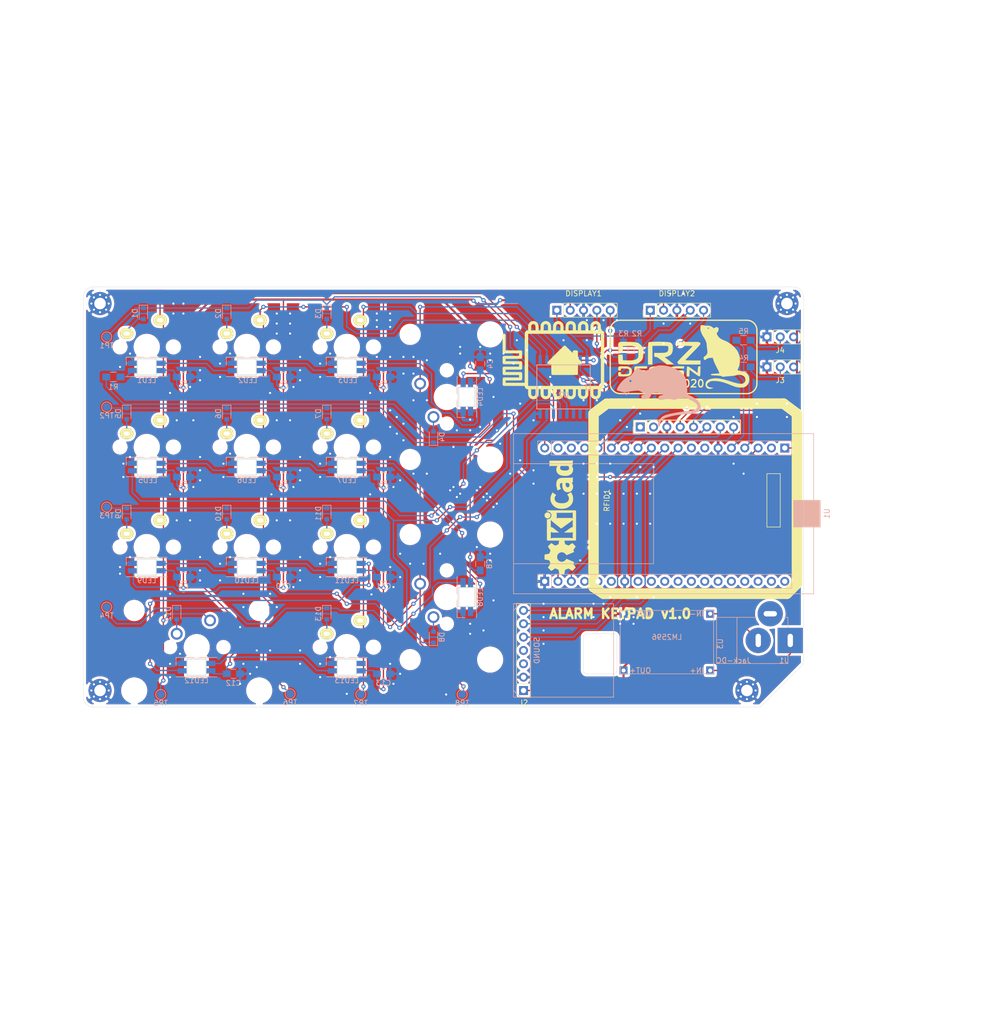
<source format=kicad_pcb>
(kicad_pcb (version 20171130) (host pcbnew "(5.1.7)-1")
  (layers (0 F.Cu signal) (31 B.Cu signal) (34 B.Paste user hide) (35 F.Paste user hide) (36 B.SilkS user) (37 F.SilkS user hide) (38 B.Mask user) (39 F.Mask user hide) (44 Edge.Cuts user))
  (net 0 "")
  (net 1 ROW1)
  (net 2 "Net-(D1-Pad2)")
  (net 3 "Net-(D2-Pad2)")
  (net 4 "Net-(D3-Pad2)")
  (net 5 ROW2)
  (net 6 "Net-(D4-Pad2)")
  (net 7 "Net-(D5-Pad2)")
  (net 8 "Net-(D6-Pad2)")
  (net 9 "Net-(D7-Pad2)")
  (net 10 ROW3)
  (net 11 "Net-(D8-Pad2)")
  (net 12 "Net-(D9-Pad2)")
  (net 13 "Net-(D10-Pad2)")
  (net 14 "Net-(D11-Pad2)")
  (net 15 ROW4)
  (net 16 "Net-(D12-Pad2)")
  (net 17 "Net-(D13-Pad2)")
  (net 18 COL1)
  (net 19 COL2)
  (net 20 COL3)
  (net 21 COL4)
  (net 22 GND)
  (net 23 +5V)
  (net 24 "Net-(LED1-Pad4)")
  (net 25 "Net-(LED1-Pad2)")
  (net 26 "Net-(LED2-Pad2)")
  (net 27 "Net-(LED3-Pad2)")
  (net 28 "Net-(LED4-Pad2)")
  (net 29 "Net-(LED5-Pad2)")
  (net 30 "Net-(LED6-Pad2)")
  (net 31 "Net-(LED7-Pad2)")
  (net 32 "Net-(LED8-Pad2)")
  (net 33 "Net-(LED10-Pad4)")
  (net 34 "Net-(LED10-Pad2)")
  (net 35 "Net-(LED11-Pad2)")
  (net 36 "Net-(LED12-Pad2)")
  (net 37 "Net-(LED13-Pad2)")
  (net 38 "Net-(RFID1-Pad1)")
  (net 39 "Net-(RFID1-Pad2)")
  (net 40 +3V3)
  (net 41 SDA)
  (net 42 SCL)
  (net 43 SS)
  (net 44 MOSI)
  (net 45 MISO)
  (net 46 SCK)
  (net 47 "Net-(U1-Pad28)")
  (net 48 "Net-(U1-Pad24)")
  (net 49 "Net-(U1-Pad23)")
  (net 50 "Net-(U1-Pad33)")
  (net 51 "Net-(U1-Pad31)")
  (net 52 "Net-(U1-Pad34)")
  (net 53 "Net-(U1-Pad36)")
  (net 54 "Net-(U1-Pad37)")
  (net 55 "Net-(U1-Pad32)")
  (net 56 "Net-(U1-Pad38)")
  (net 57 "Net-(U1-Pad27)")
  (net 58 "Net-(U1-Pad29)")
  (net 59 "Net-(U1-Pad30)")
  (net 60 "Net-(U1-Pad35)")
  (net 61 "Net-(U1-Pad25)")
  (net 62 "Net-(U1-Pad2)")
  (net 63 "Net-(U1-Pad3)")
  (net 64 "Net-(U1-Pad4)")
  (net 65 "Net-(U1-Pad12)")
  (net 66 "Net-(U1-Pad18)")
  (net 67 "Net-(U1-Pad13)")
  (net 68 "Net-(U2-Pad1)")
  (net 69 "Net-(U2-Pad2)")
  (net 70 "Net-(U2-Pad3)")
  (net 71 "Net-(U2-Pad13)")
  (net 72 "Net-(J3-Pad2)")
  (net 73 "Net-(J4-Pad2)")
  (net 74 LEDS_KEYPAD)
  (net 75 LEDS_UNDERGLOW)
  (net 76 LEDS_RING)
  (net 77 SD)
  (net 78 GAIN)
  (net 79 DIN)
  (net 80 BCLK)
  (net 81 LRC)
  (net 82 "Net-(J1-Pad2)")
  (net 83 "Net-(J1-Pad1)")
  (module "drz-lib:LM2596 module" (layer B.Cu) (at 140.335 135.89 180)
    (fp_text reference U3 (at -10.16 -0.635 90) (layer B.SilkS) (effects (justify mirror)))
    (fp_text value LM2596 (at 0 0.635) (layer B.SilkS) (effects (justify mirror)))
    (fp_text user OUT+ (at 5.08 -5.715) (layer B.SilkS) (effects (justify mirror)))
    (fp_text user OUT- (at 5.08 5.08) (layer B.SilkS) (effects (justify mirror)))
    (fp_text user IN- (at -5.715 5.08) (layer B.SilkS) (effects (justify mirror)))
    (fp_text user IN+ (at -5.715 -5.715) (layer B.SilkS) (effects (justify mirror)))
    (pad 4 thru_hole rect (at 8.255 -5.715 180) (size 1.524 1.524) (drill 0.762) (layers *.Cu *.Mask) (net 23 +5V))
    (pad 3 thru_hole rect (at 8.255 5.08 180) (size 1.524 1.524) (drill 0.762) (layers *.Cu *.Mask) (net 22 GND))
    (pad 2 thru_hole rect (at -8.255 5.08 180) (size 1.524 1.524) (drill 0.762) (layers *.Cu *.Mask) (net 82 "Net-(J1-Pad2)"))
    (pad 1 thru_hole rect (at -8.255 -5.715 180) (size 1.524 1.524) (drill 0.762) (layers *.Cu *.Mask) (net 83 "Net-(J1-Pad1)"))
  )
  (module drz-lib:RFID (layer F.Cu) (at 145.415 110.49 180)
    (fp_text reference "#REF**" hide)
    (fp_text value RFID)
  )
  (module Symbols:KiCad-Logo_6mm_SilkScreen (layer F.Cu) (at 120.015 109.22 90)
    (fp_text reference REF*** hide)
    (fp_text value KiCad-Logo_6mm_SilkScreen hide)
  )
  (module "drz-lib:I2S breakout" (layer B.Cu) (at 120.65 137.795 90)
    (fp_text reference REF** hide)
    (fp_text value "I2S breakout")
  )
  (module drz-lib:LOGO_ESPHOME_BIG (layer F.Cu) (at 118.745 82.55)
    (fp_text reference G*** hide)
    (fp_text value LOGO hide)
  )
  (module drz-lib:LOGO_RAT (layer F.Cu) (at 138.43 86.995)
    (fp_text reference REF** hide)
    (fp_text value LOGO_RAT)
    (fp_poly (pts (xy -5.538 -1.139) (xy -5.449 -1.185) (xy -5.185 -0.762) (xy -5.212 -0.744) (xy -5.234 -0.727) (xy -5.257 -0.705) (xy -5.272 -0.688) (xy -5.287 -0.667) (xy -5.299 -0.647) (xy -5.308 -0.63) (xy -5.316 -0.613) (xy -5.321 -0.599) (xy -5.325 -0.583) (xy -5.328 -0.571) (xy -5.332 -0.552) (xy -5.334 -0.54) (xy -5.337 -0.523) (xy -5.338 -0.511) (xy -5.338 -0.496) (xy -5.338 -0.481) (xy -5.337 -0.465) (xy -5.334 -0.446) (xy -5.329 -0.423) (xy -5.324 -0.407) (xy -5.318 -0.389) (xy -5.309 -0.368) (xy -5.295 -0.343) (xy -5.284 -0.326) (xy -5.271 -0.309) (xy -5.258 -0.293) (xy -5.242 -0.278) (xy -5.209 -0.251) (xy -5.188 -0.238) (xy -5.171 -0.229) (xy -5.152 -0.221) (xy -5.131 -0.213) (xy -5.102 -0.205) (xy -5.055 -0.198) (xy -5.017 -0.198) (xy -4.973 -0.204) (xy -4.935 -0.216) (xy -4.902 -0.23) (xy -4.875 -0.246) (xy -4.858 -0.258) (xy -4.828 -0.283) (xy -4.797 -0.317) (xy -4.78 -0.342) (xy -4.76 -0.38) (xy -4.75 -0.41) (xy -4.745 -0.431) (xy -4.74 -0.458) (xy -4.737 -0.5) (xy -4.739 -0.536) (xy -4.748 -0.579) (xy -4.765 -0.625) (xy -4.783 -0.66) (xy -4.809 -0.694) (xy -4.821 -0.707) (xy -4.838 -0.723) (xy -4.848 -0.732) (xy -4.87 -0.748) (xy -4.893 -0.762) (xy -4.905 -0.768) (xy -4.92 -0.776) (xy -4.931 -0.78) (xy -4.95 -0.786) (xy -4.96 -0.789) (xy -4.972 -0.792) (xy -4.982 -0.794) (xy -4.995 -0.796) (xy -5.012 -0.798) (xy -5.03 -0.799) (xy -5.057 -0.799) (xy -5.082 -0.797) (xy -5.118 -0.791) (xy -5.144 -0.782) (xy -5.163 -0.773) (xy -5.178 -0.765) (xy -5.181 -0.763) (xy -5.446 -1.187) (xy -5.281 -1.275) (xy -5.061 -1.366) (xy -4.953 -1.428) (xy -4.85 -1.501) (xy -4.748 -1.609) (xy -4.627 -1.758) (xy -4.477 -1.97) (xy -4.354 -2.148) (xy -4.203 -2.346) (xy -4.084 -2.486) (xy -3.995 -2.577) (xy -3.867 -2.674) (xy -3.758 -2.737) (xy -3.653 -2.787) (xy -3.57 -2.799) (xy -3.514 -2.79) (xy -3.438 -2.759) (xy -3.322 -2.696) (xy -3.227 -2.625) (xy -3.133 -2.569) (xy -3.048 -2.546) (xy -2.949 -2.511) (xy -2.871 -2.464) (xy -2.807 -2.412) (xy -2.704 -2.332) (xy -2.634 -2.278) (xy -2.558 -2.267) (xy -2.444 -2.269) (xy -2.295 -2.305) (xy -2.023 -2.383) (xy -1.618 -2.542) (xy -1.359 -2.658) (xy -0.899 -2.875) (xy -0.469 -3.089) (xy -0.308 -3.17) (xy -0.114 -3.247) (xy 0.046 -3.297) (xy 0.225 -3.338) (xy 0.385 -3.358) (xy 0.528 -3.366) (xy 0.69 -3.373) (xy 0.8 -3.372) (xy 0.993 -3.37) (xy 1.135 -3.364) (xy 1.278 -3.35) (xy 1.497 -3.328) (xy 1.639 -3.308) (xy 1.864 -3.27) (xy 2.015 -3.24) (xy 2.212 -3.194) (xy 2.357 -3.155) (xy 2.604 -3.085) (xy 2.79 -3.017) (xy 3.089 -2.904) (xy 3.604 -2.649) (xy 4.017 -2.422) (xy 4.139 -2.347) (xy 4.406 -2.134) (xy 4.908 -1.685) (xy 5.073 -1.519) (xy 5.141 -1.417) (xy 5.221 -1.283) (xy 5.313 -1.118) (xy 5.373 -0.92) (xy 5.437 -0.676) (xy 5.519 -0.295) (xy 5.572 -0.008) (xy 5.614 0.295) (xy 5.648 0.668) (xy 5.673 1.234) (xy 5.681 2.081) (xy 5.713 2.101) (xy 6.21 2.347) (xy 6.613 2.543) (xy 7.101 2.825) (xy 7.337 2.986) (xy 7.5 3.11) (xy 7.675 3.269) (xy 7.804 3.397) (xy 7.902 3.529) (xy 7.992 3.661) (xy 8.075 3.796) (xy 8.164 3.99) (xy 8.23 4.173) (xy 8.256 4.327) (xy 8.261 4.46) (xy 8.253 4.58) (xy 8.229 4.692) (xy 8.184 4.818) (xy 8.116 4.936) (xy 8.036 5.05) (xy 7.893 5.213) (xy 7.707 5.347) (xy 7.552 5.43) (xy 7.396 5.484) (xy 7.101 5.548) (xy 6.744 5.587) (xy 5.63 5.684) (xy 4.822 5.765) (xy 4.469 5.803) (xy 4.039 5.855) (xy 3.653 5.912) (xy 3.212 5.995) (xy 2.763 6.093) (xy 2.316 6.207) (xy 1.981 6.314) (xy 1.67 6.409) (xy 1.497 6.475) (xy 1.308 6.57) (xy 1.137 6.665) (xy 0.99 6.76) (xy 0.879 6.857) (xy 0.767 6.965) (xy 0.687 7.075) (xy 0.63 7.199) (xy 0.585 7.308) (xy 0.561 7.422) (xy 0.532 7.572) (xy 0.509 7.711) (xy 0.492 7.85) (xy 0.483 7.923) (xy 0.476 7.995) (xy 0.469 8.031) (xy 0.455 8.048) (xy 0.424 8.076) (xy 0.415 8.078) (xy 0.401 8.06) (xy 0.392 8.034) (xy 0.382 8.001) (xy 0.365 7.94) (xy 0.348 7.876) (xy 0.329 7.812) (xy 0.311 7.728) (xy 0.31 7.662) (xy 0.307 7.579) (xy 0.317 7.508) (xy 0.329 7.435) (xy 0.352 7.338) (xy 0.379 7.259) (xy 0.411 7.176) (xy 0.448 7.1) (xy 0.501 7.006) (xy 0.565 6.905) (xy 0.648 6.793) (xy 0.744 6.688) (xy 0.813 6.619) (xy 0.912 6.52) (xy 1.043 6.418) (xy 1.147 6.335) (xy 1.252 6.269) (xy 1.484 6.145) (xy 1.731 6.062) (xy 1.822 6.033) (xy 1.969 5.989) (xy 2.347 5.886) (xy 2.9 5.765) (xy 3.568 5.635) (xy 4.475 5.487) (xy 5.185 5.39) (xy 5.635 5.339) (xy 5.965 5.31) (xy 6.499 5.253) (xy 6.72 5.227) (xy 6.932 5.18) (xy 7.112 5.134) (xy 7.232 5.093) (xy 7.41 5.005) (xy 7.542 4.907) (xy 7.621 4.828) (xy 7.699 4.735) (xy 7.766 4.629) (xy 7.811 4.517) (xy 7.828 4.423) (xy 7.83 4.334) (xy 7.823 4.249) (xy 7.801 4.149) (xy 7.768 4.062) (xy 7.684 3.91) (xy 7.64 3.849) (xy 7.589 3.782) (xy 7.554 3.738) (xy 7.502 3.687) (xy 7.417 3.596) (xy 7.341 3.536) (xy 7.253 3.479) (xy 7.122 3.392) (xy 6.986 3.308) (xy 6.821 3.216) (xy 6.713 3.161) (xy 6.489 3.046) (xy 6.142 2.87) (xy 5.879 2.735) (xy 5.729 2.661) (xy 5.704 2.649) (xy 5.686 2.648) (xy 5.355 2.654) (xy 4.952 2.663) (xy 4.588 2.679) (xy 4.381 2.69) (xy 4.207 2.72) (xy 4.129 2.732) (xy 4.046 2.76) (xy 3.95 2.798) (xy 3.89 2.832) (xy 3.824 2.859) (xy 3.761 2.879) (xy 3.669 2.887) (xy 3.572 2.9) (xy 3.5 2.91) (xy 3.469 2.927) (xy 3.415 2.962) (xy 3.366 2.977) (xy 3.323 2.984) (xy 3.266 2.985) (xy 3.22 2.984) (xy 3.159 2.963) (xy 3.113 2.951) (xy 3.037 2.923) (xy 2.944 2.898) (xy 2.816 2.876) (xy 2.548 2.846) (xy 2.41 2.839) (xy 2.214 2.825) (xy 2.012 2.822) (xy 1.818 2.83) (xy 1.628 2.852) (xy 1.466 2.88) (xy 1.306 2.924) (xy 1.199 2.948) (xy 1.078 2.966) (xy 0.946 2.977) (xy 0.789 2.979) (xy 0.6 2.977) (xy 0.518 2.968) (xy 0.465 2.954) (xy 0.438 2.938) (xy 0.42 2.917) (xy 0.408 2.888) (xy 0.401 2.853) (xy 0.396 2.808) (xy 0.395 2.757) (xy 0.4 2.705) (xy 0.409 2.656) (xy 0.433 2.586) (xy 0.47 2.519) (xy 0.528 2.439) (xy 0.583 2.398) (xy 0.645 2.371) (xy 0.784 2.329) (xy 1.06 2.257) (xy 1.207 2.216) (xy 1.292 2.162) (xy 1.335 2.129) (xy 1.348 2.106) (xy 1.326 2.07) (xy 1.272 2.033) (xy 1.193 1.992) (xy 1.065 1.918) (xy 0.772 1.773) (xy 0.581 1.7) (xy 0.543 1.685) (xy 0.435 1.655) (xy 0.293 1.632) (xy 0.084 1.617) (xy -0.07 1.617) (xy -0.356 1.623) (xy -0.501 1.643) (xy -0.623 1.671) (xy -0.732 1.713) (xy -0.85 1.763) (xy -0.911 1.796) (xy -0.979 1.847) (xy -1.034 1.899) (xy -1.104 1.984) (xy -1.156 2.052) (xy -1.206 2.16) (xy -1.249 2.261) (xy -1.301 2.385) (xy -1.335 2.457) (xy -1.371 2.512) (xy -1.398 2.551) (xy -1.415 2.572) (xy -1.448 2.604) (xy -1.488 2.634) (xy -1.6 2.705) (xy -1.727 2.754) (xy -1.943 2.781) (xy -2.146 2.815) (xy -2.41 2.838) (xy -2.572 2.861) (xy -2.605 2.874) (xy -2.633 2.87) (xy -2.671 2.848) (xy -2.709 2.8) (xy -2.737 2.764) (xy -2.78 2.71) (xy -2.823 2.636) (xy -2.848 2.574) (xy -2.865 2.509) (xy -2.864 2.441) (xy -2.832 2.37) (xy -2.784 2.314) (xy -2.733 2.284) (xy -2.667 2.252) (xy -2.558 2.228) (xy -2.397 2.197) (xy -2.289 2.163) (xy -2.22 2.113) (xy -2.177 2.07) (xy -2.148 2.014) (xy -2.135 1.965) (xy -2.132 1.92) (xy -2.141 1.869) (xy -2.15 1.841) (xy -2.167 1.823) (xy -2.19 1.809) (xy -2.22 1.79) (xy -2.295 1.762) (xy -2.445 1.709) (xy -2.62 1.642) (xy -2.689 1.613) (xy -2.783 1.563) (xy -2.893 1.504) (xy -3.193 1.325) (xy -3.304 1.275) (xy -3.489 1.222) (xy -3.647 1.211) (xy -3.752 1.225) (xy -3.963 1.24) (xy -4.406 1.281) (xy -4.664 1.315) (xy -4.924 1.349) (xy -5.16 1.381) (xy -5.425 1.426) (xy -5.848 1.481) (xy -5.978 1.503) (xy -6.181 1.521) (xy -6.342 1.525) (xy -6.454 1.515) (xy -6.546 1.497) (xy -6.812 1.421) (xy -7.015 1.361) (xy -7.099 1.332) (xy -7.222 1.298) (xy -7.359 1.274) (xy -7.424 1.254) (xy -7.472 1.228) (xy -7.504 1.195) (xy -7.516 1.15) (xy -7.518 1.097) (xy -7.485 1.014) (xy -7.428 0.883) (xy -7.305 0.646) (xy -7.167 0.415) (xy -6.996 0.171) (xy -6.874 0.009) (xy -6.647 -0.251) (xy -6.482 -0.432) (xy -6.25 -0.65) (xy -6.007 -0.846) (xy -5.859 -0.949) (xy -5.719 -1.032) (xy -5.619 -1.092)) (layer B.Cu) (width 0.1))
    (pad 1 smd circle (at -5.047 -0.527) (size 0.6 0.6) (layers B.Cu B.Mask))
  )
  (module Symbols:OSHW-Symbol_6.7x6mm_SilkScreen (layer F.Cu) (at 120.015 120.015 90)
    (fp_text reference REF*** hide)
    (fp_text value OSHW-Symbol_6.7x6mm_SilkScreen hide)
  )
  (module "drz-lib:esp32 38pin azdelivery" (layer B.Cu) (at 139.7 111.76 270)
    (fp_text reference U1 (at 0 -31.115 270) (layer B.SilkS) (effects (justify mirror)))
    (fp_text value ESP32-38pins)
    (pad 20 thru_hole rect (at 12.883 22.6396 270) (size 1.7 1.7) (drill 1) (layers *.Cu *.Mask) (net 22 GND))
    (pad 21 thru_hole oval (at 12.883 20.0996 270) (size 1.7 1.7) (drill 1) (layers *.Cu *.Mask) (net 41 SDA))
    (pad 22 thru_hole oval (at 12.883 17.5596 270) (size 1.7 1.7) (drill 1) (layers *.Cu *.Mask) (net 42 SCL))
    (pad 28 thru_hole oval (at 12.883 2.3196 270) (size 1.7 1.7) (drill 1) (layers *.Cu *.Mask) (net 47 "Net-(U1-Pad28)"))
    (pad 24 thru_hole oval (at 12.883 12.4796 270) (size 1.7 1.7) (drill 1) (layers *.Cu *.Mask) (net 48 "Net-(U1-Pad24)"))
    (pad 23 thru_hole oval (at 12.883 15.0196 270) (size 1.7 1.7) (drill 1) (layers *.Cu *.Mask) (net 49 "Net-(U1-Pad23)"))
    (pad 26 thru_hole oval (at 12.883 7.3996 270) (size 1.7 1.7) (drill 1) (layers *.Cu *.Mask) (net 22 GND))
    (pad 33 thru_hole oval (at 12.883 -10.3804 270) (size 1.7 1.7) (drill 1) (layers *.Cu *.Mask) (net 50 "Net-(U1-Pad33)"))
    (pad 31 thru_hole oval (at 12.883 -5.3004 270) (size 1.7 1.7) (drill 1) (layers *.Cu *.Mask) (net 51 "Net-(U1-Pad31)"))
    (pad 34 thru_hole oval (at 12.883 -12.9204 270) (size 1.7 1.7) (drill 1) (layers *.Cu *.Mask) (net 52 "Net-(U1-Pad34)"))
    (pad 36 thru_hole oval (at 12.883 -18.0004 270) (size 1.7 1.7) (drill 1) (layers *.Cu *.Mask) (net 53 "Net-(U1-Pad36)"))
    (pad 37 thru_hole oval (at 12.883 -20.5404 270) (size 1.7 1.7) (drill 1) (layers *.Cu *.Mask) (net 54 "Net-(U1-Pad37)"))
    (pad 32 thru_hole oval (at 12.883 -7.8404 270) (size 1.7 1.7) (drill 1) (layers *.Cu *.Mask) (net 55 "Net-(U1-Pad32)"))
    (pad 38 thru_hole oval (at 12.883 -23.0804 270) (size 1.7 1.7) (drill 1) (layers *.Cu *.Mask) (net 56 "Net-(U1-Pad38)"))
    (pad 27 thru_hole oval (at 12.883 4.8596 270) (size 1.7 1.7) (drill 1) (layers *.Cu *.Mask) (net 57 "Net-(U1-Pad27)"))
    (pad 29 thru_hole oval (at 12.883 -0.2204 270) (size 1.7 1.7) (drill 1) (layers *.Cu *.Mask) (net 58 "Net-(U1-Pad29)"))
    (pad 30 thru_hole oval (at 12.883 -2.7604 270) (size 1.7 1.7) (drill 1) (layers *.Cu *.Mask) (net 59 "Net-(U1-Pad30)"))
    (pad 35 thru_hole oval (at 12.883 -15.4604 270) (size 1.7 1.7) (drill 1) (layers *.Cu *.Mask) (net 60 "Net-(U1-Pad35)"))
    (pad 25 thru_hole oval (at 12.883 9.9396 270) (size 1.7 1.7) (drill 1) (layers *.Cu *.Mask) (net 61 "Net-(U1-Pad25)"))
    (pad 1 thru_hole circle (at -12.5095 22.6314 270) (size 1.7 1.7) (drill 1) (layers *.Cu *.Mask) (net 40 +3V3))
    (pad 2 thru_hole oval (at -12.5095 20.0914 270) (size 1.7 1.7) (drill 1) (layers *.Cu *.Mask) (net 62 "Net-(U1-Pad2)"))
    (pad 3 thru_hole oval (at -12.5095 17.5514 270) (size 1.7 1.7) (drill 1) (layers *.Cu *.Mask) (net 63 "Net-(U1-Pad3)"))
    (pad 9 thru_hole oval (at -12.5095 2.3114 270) (size 1.7 1.7) (drill 1) (layers *.Cu *.Mask) (net 81 LRC))
    (pad 5 thru_hole oval (at -12.5095 12.4714 270) (size 1.7 1.7) (drill 1) (layers *.Cu *.Mask) (net 43 SS))
    (pad 4 thru_hole oval (at -12.5095 15.0114 270) (size 1.7 1.7) (drill 1) (layers *.Cu *.Mask) (net 64 "Net-(U1-Pad4)"))
    (pad 7 thru_hole oval (at -12.5095 7.3914 270) (size 1.7 1.7) (drill 1) (layers *.Cu *.Mask) (net 45 MISO))
    (pad 14 thru_hole oval (at -12.5095 -10.3886 270) (size 1.7 1.7) (drill 1) (layers *.Cu *.Mask) (net 22 GND))
    (pad 12 thru_hole oval (at -12.5095 -5.3086 270) (size 1.7 1.7) (drill 1) (layers *.Cu *.Mask) (net 65 "Net-(U1-Pad12)"))
    (pad 15 thru_hole oval (at -12.5095 -12.9286 270) (size 1.7 1.7) (drill 1) (layers *.Cu *.Mask) (net 75 LEDS_UNDERGLOW))
    (pad 17 thru_hole oval (at -12.5095 -18.0086 270) (size 1.7 1.7) (drill 1) (layers *.Cu *.Mask) (net 74 LEDS_KEYPAD))
    (pad 18 thru_hole oval (at -12.5095 -20.5486 270) (size 1.7 1.7) (drill 1) (layers *.Cu *.Mask) (net 66 "Net-(U1-Pad18)"))
    (pad 13 thru_hole oval (at -12.5095 -7.8486 270) (size 1.7 1.7) (drill 1) (layers *.Cu *.Mask) (net 67 "Net-(U1-Pad13)"))
    (pad 19 thru_hole rect (at -12.5095 -23.0886 270) (size 1.7 1.7) (drill 1) (layers *.Cu *.Mask) (net 23 +5V))
    (pad 8 thru_hole oval (at -12.5095 4.8514 270) (size 1.7 1.7) (drill 1) (layers *.Cu *.Mask) (net 46 SCK))
    (pad 10 thru_hole oval (at -12.5095 -0.2286 270) (size 1.7 1.7) (drill 1) (layers *.Cu *.Mask) (net 80 BCLK))
    (pad 11 thru_hole oval (at -12.5095 -2.7686 270) (size 1.7 1.7) (drill 1) (layers *.Cu *.Mask) (net 79 DIN))
    (pad 16 thru_hole oval (at -12.5095 -15.4686 270) (size 1.7 1.7) (drill 1) (layers *.Cu *.Mask) (net 76 LEDS_RING))
    (pad 6 thru_hole oval (at -12.5095 9.9314 270) (size 1.7 1.7) (drill 1) (layers *.Cu *.Mask) (net 44 MOSI))
  )
  (module drz-lib:LOGO_DRZ_DESIGN (layer F.Cu) (at 143.51 81.915)
    (fp_text reference G*** hide)
    (fp_text value LOGO hide)
    (pad 1 smd circle (at 4.725 -5.451) (size 0.3 0.3) (layers F.Cu F.Paste F.Mask))
  )
  (module Mounting_Holes:MountingHole_2.2mm_M2_Pad_Via (layer F.Cu) (at 155.575 145.415)
    (fp_text reference H4 hide)
    (fp_text value MountingHole_Pad)
    (pad 1 thru_hole circle (at 0 0) (size 4.4 4.4) (drill 2.2) (layers *.Cu *.Mask) (net 22 GND))
    (pad 1 thru_hole circle (at 1.65 0) (size 0.7 0.7) (drill 0.4) (layers *.Cu *.Mask) (net 22 GND))
    (pad 1 thru_hole circle (at 1.166726 1.166726) (size 0.7 0.7) (drill 0.4) (layers *.Cu *.Mask) (net 22 GND))
    (pad 1 thru_hole circle (at 0 1.65) (size 0.7 0.7) (drill 0.4) (layers *.Cu *.Mask) (net 22 GND))
    (pad 1 thru_hole circle (at -1.166726 1.166726) (size 0.7 0.7) (drill 0.4) (layers *.Cu *.Mask) (net 22 GND))
    (pad 1 thru_hole circle (at -1.65 0) (size 0.7 0.7) (drill 0.4) (layers *.Cu *.Mask) (net 22 GND))
    (pad 1 thru_hole circle (at -1.166726 -1.166726) (size 0.7 0.7) (drill 0.4) (layers *.Cu *.Mask) (net 22 GND))
    (pad 1 thru_hole circle (at 0 -1.65) (size 0.7 0.7) (drill 0.4) (layers *.Cu *.Mask) (net 22 GND))
    (pad 1 thru_hole circle (at 1.166726 -1.166726) (size 0.7 0.7) (drill 0.4) (layers *.Cu *.Mask) (net 22 GND))
  )
  (module Mounting_Holes:MountingHole_2.2mm_M2_Pad_Via (layer F.Cu) (at 163.195 71.755)
    (fp_text reference H2 hide)
    (fp_text value MountingHole_Pad)
    (pad 1 thru_hole circle (at 0 0) (size 4.4 4.4) (drill 2.2) (layers *.Cu *.Mask) (net 22 GND))
    (pad 1 thru_hole circle (at 1.65 0) (size 0.7 0.7) (drill 0.4) (layers *.Cu *.Mask) (net 22 GND))
    (pad 1 thru_hole circle (at 1.166726 1.166726) (size 0.7 0.7) (drill 0.4) (layers *.Cu *.Mask) (net 22 GND))
    (pad 1 thru_hole circle (at 0 1.65) (size 0.7 0.7) (drill 0.4) (layers *.Cu *.Mask) (net 22 GND))
    (pad 1 thru_hole circle (at -1.166726 1.166726) (size 0.7 0.7) (drill 0.4) (layers *.Cu *.Mask) (net 22 GND))
    (pad 1 thru_hole circle (at -1.65 0) (size 0.7 0.7) (drill 0.4) (layers *.Cu *.Mask) (net 22 GND))
    (pad 1 thru_hole circle (at -1.166726 -1.166726) (size 0.7 0.7) (drill 0.4) (layers *.Cu *.Mask) (net 22 GND))
    (pad 1 thru_hole circle (at 0 -1.65) (size 0.7 0.7) (drill 0.4) (layers *.Cu *.Mask) (net 22 GND))
    (pad 1 thru_hole circle (at 1.166726 -1.166726) (size 0.7 0.7) (drill 0.4) (layers *.Cu *.Mask) (net 22 GND))
  )
  (module Mounting_Holes:MountingHole_2.2mm_M2_Pad_Via (layer F.Cu) (at 32.385 145.415)
    (fp_text reference H3 hide)
    (fp_text value MountingHole_Pad)
    (pad 1 thru_hole circle (at 0 0) (size 4.4 4.4) (drill 2.2) (layers *.Cu *.Mask) (net 22 GND))
    (pad 1 thru_hole circle (at 1.65 0) (size 0.7 0.7) (drill 0.4) (layers *.Cu *.Mask) (net 22 GND))
    (pad 1 thru_hole circle (at 1.166726 1.166726) (size 0.7 0.7) (drill 0.4) (layers *.Cu *.Mask) (net 22 GND))
    (pad 1 thru_hole circle (at 0 1.65) (size 0.7 0.7) (drill 0.4) (layers *.Cu *.Mask) (net 22 GND))
    (pad 1 thru_hole circle (at -1.166726 1.166726) (size 0.7 0.7) (drill 0.4) (layers *.Cu *.Mask) (net 22 GND))
    (pad 1 thru_hole circle (at -1.65 0) (size 0.7 0.7) (drill 0.4) (layers *.Cu *.Mask) (net 22 GND))
    (pad 1 thru_hole circle (at -1.166726 -1.166726) (size 0.7 0.7) (drill 0.4) (layers *.Cu *.Mask) (net 22 GND))
    (pad 1 thru_hole circle (at 0 -1.65) (size 0.7 0.7) (drill 0.4) (layers *.Cu *.Mask) (net 22 GND))
    (pad 1 thru_hole circle (at 1.166726 -1.166726) (size 0.7 0.7) (drill 0.4) (layers *.Cu *.Mask) (net 22 GND))
  )
  (module Mounting_Holes:MountingHole_2.2mm_M2_Pad_Via (layer F.Cu) (at 32.385 71.755)
    (fp_text reference H1 hide)
    (fp_text value MountingHole_Pad)
    (pad 1 thru_hole circle (at 0 0) (size 4.4 4.4) (drill 2.2) (layers *.Cu *.Mask) (net 22 GND))
    (pad 1 thru_hole circle (at 1.65 0) (size 0.7 0.7) (drill 0.4) (layers *.Cu *.Mask) (net 22 GND))
    (pad 1 thru_hole circle (at 1.166726 1.166726) (size 0.7 0.7) (drill 0.4) (layers *.Cu *.Mask) (net 22 GND))
    (pad 1 thru_hole circle (at 0 1.65) (size 0.7 0.7) (drill 0.4) (layers *.Cu *.Mask) (net 22 GND))
    (pad 1 thru_hole circle (at -1.166726 1.166726) (size 0.7 0.7) (drill 0.4) (layers *.Cu *.Mask) (net 22 GND))
    (pad 1 thru_hole circle (at -1.65 0) (size 0.7 0.7) (drill 0.4) (layers *.Cu *.Mask) (net 22 GND))
    (pad 1 thru_hole circle (at -1.166726 -1.166726) (size 0.7 0.7) (drill 0.4) (layers *.Cu *.Mask) (net 22 GND))
    (pad 1 thru_hole circle (at 0 -1.65) (size 0.7 0.7) (drill 0.4) (layers *.Cu *.Mask) (net 22 GND))
    (pad 1 thru_hole circle (at 1.166726 -1.166726) (size 0.7 0.7) (drill 0.4) (layers *.Cu *.Mask) (net 22 GND))
  )
  (module Pin_Headers:Pin_Header_Straight_1x03_Pitch2.54mm (layer F.Cu) (at 159.385 78.105 90)
    (fp_text reference J4 (at -2.54 2.54) (layer F.SilkS))
    (fp_text value "LEDS RING")
    (pad 1 thru_hole rect (at 0 0 90) (size 1.7 1.7) (drill 1) (layers *.Cu *.Mask) (net 22 GND))
    (pad 2 thru_hole oval (at 0 2.54 90) (size 1.7 1.7) (drill 1) (layers *.Cu *.Mask) (net 73 "Net-(J4-Pad2)"))
    (pad 3 thru_hole oval (at 0 5.08 90) (size 1.7 1.7) (drill 1) (layers *.Cu *.Mask) (net 23 +5V))
  )
  (module Connect:JACK_ALIM (layer B.Cu) (at 163.83 135.89)
    (fp_text reference J1 (at -1.27 3.81) (layer B.SilkS) (effects (justify mirror)))
    (fp_text value Jack-DC (at -10.795 3.81 -180) (layer B.SilkS) (effects (justify mirror)))
    (pad 2 thru_hole circle (at -6.1 0) (size 4.8 4.8) (drill oval 1.02 2.54) (layers *.Cu *.Mask) (net 82 "Net-(J1-Pad2)"))
    (pad 1 thru_hole rect (at 0 0) (size 4.8 4.8) (drill oval 1.02 2.54) (layers *.Cu *.Mask) (net 83 "Net-(J1-Pad1)"))
    (pad 3 thru_hole circle (at -3.81 -5.08) (size 4.8 4.8) (drill oval 2.54 1.02) (layers *.Cu *.Mask))
  )
  (module Pin_Headers:Pin_Header_Straight_1x07_Pitch2.54mm (layer F.Cu) (at 113.03 145.415 180)
    (fp_text reference J2 (at 0 -2.33) (layer F.SilkS))
    (fp_text value SOUND (at -2.54 7.62 270) (layer B.SilkS) (effects (justify mirror)))
    (pad 1 thru_hole rect (at 0 0 180) (size 1.7 1.7) (drill 1) (layers *.Cu *.Mask) (net 23 +5V))
    (pad 2 thru_hole oval (at 0 2.54 180) (size 1.7 1.7) (drill 1) (layers *.Cu *.Mask) (net 22 GND))
    (pad 3 thru_hole oval (at 0 5.08 180) (size 1.7 1.7) (drill 1) (layers *.Cu *.Mask) (net 77 SD))
    (pad 4 thru_hole oval (at 0 7.62 180) (size 1.7 1.7) (drill 1) (layers *.Cu *.Mask) (net 78 GAIN))
    (pad 5 thru_hole oval (at 0 10.16 180) (size 1.7 1.7) (drill 1) (layers *.Cu *.Mask) (net 79 DIN))
    (pad 6 thru_hole oval (at 0 12.7 180) (size 1.7 1.7) (drill 1) (layers *.Cu *.Mask) (net 80 BCLK))
    (pad 7 thru_hole oval (at 0 15.24 180) (size 1.7 1.7) (drill 1) (layers *.Cu *.Mask) (net 81 LRC))
  )
  (module Resistors_SMD:R_0805_HandSoldering (layer B.Cu) (at 154.94 78.74 180)
    (fp_text reference R5 (at 0 1.7 180) (layer B.SilkS) (effects (justify mirror)))
    (fp_text value 500)
    (pad 1 smd rect (at -1.35 0 180) (size 1.5 1.3) (layers B.Cu B.Paste B.Mask) (net 73 "Net-(J4-Pad2)"))
    (pad 2 smd rect (at 1.35 0 180) (size 1.5 1.3) (layers B.Cu B.Paste B.Mask) (net 76 LEDS_RING))
  )
  (module Resistors_SMD:R_0805_HandSoldering (layer B.Cu) (at 154.94 83.82 180)
    (fp_text reference R4 (at 0 1.7 180) (layer B.SilkS) (effects (justify mirror)))
    (fp_text value 500)
    (pad 1 smd rect (at -1.35 0 180) (size 1.5 1.3) (layers B.Cu B.Paste B.Mask) (net 72 "Net-(J3-Pad2)"))
    (pad 2 smd rect (at 1.35 0 180) (size 1.5 1.3) (layers B.Cu B.Paste B.Mask) (net 75 LEDS_UNDERGLOW))
  )
  (module Pin_Headers:Pin_Header_Straight_1x03_Pitch2.54mm (layer F.Cu) (at 159.385 83.82 90)
    (fp_text reference J3 (at -2.54 2.54) (layer F.SilkS))
    (fp_text value "LEDS UNDERGLOW")
    (pad 1 thru_hole rect (at 0 0 90) (size 1.7 1.7) (drill 1) (layers *.Cu *.Mask) (net 22 GND))
    (pad 2 thru_hole oval (at 0 2.54 90) (size 1.7 1.7) (drill 1) (layers *.Cu *.Mask) (net 72 "Net-(J3-Pad2)"))
    (pad 3 thru_hole oval (at 0 5.08 90) (size 1.7 1.7) (drill 1) (layers *.Cu *.Mask) (net 23 +5V))
  )
  (module Pin_Headers:Pin_Header_Straight_1x05_Pitch2.54mm (layer F.Cu) (at 137.16 73.025 90)
    (fp_text reference DISPLAY2 (at 3.175 5.08 180) (layer F.SilkS))
    (fp_text value Conn_01x05_Female)
    (pad 1 thru_hole rect (at 0 0 90) (size 1.7 1.7) (drill 1) (layers *.Cu *.Mask) (net 40 +3V3))
    (pad 2 thru_hole oval (at 0 2.54 90) (size 1.7 1.7) (drill 1) (layers *.Cu *.Mask) (net 23 +5V))
    (pad 3 thru_hole oval (at 0 5.08 90) (size 1.7 1.7) (drill 1) (layers *.Cu *.Mask) (net 22 GND))
    (pad 4 thru_hole oval (at 0 7.62 90) (size 1.7 1.7) (drill 1) (layers *.Cu *.Mask) (net 41 SDA))
    (pad 5 thru_hole oval (at 0 10.16 90) (size 1.7 1.7) (drill 1) (layers *.Cu *.Mask) (net 42 SCL))
  )
  (module Pin_Headers:Pin_Header_Straight_1x05_Pitch2.54mm (layer F.Cu) (at 119.38 73.025 90)
    (fp_text reference DISPLAY1 (at 3.175 5.08 180) (layer F.SilkS))
    (fp_text value Conn_01x05_Female)
    (pad 1 thru_hole rect (at 0 0 90) (size 1.7 1.7) (drill 1) (layers *.Cu *.Mask) (net 40 +3V3))
    (pad 2 thru_hole oval (at 0 2.54 90) (size 1.7 1.7) (drill 1) (layers *.Cu *.Mask) (net 23 +5V))
    (pad 3 thru_hole oval (at 0 5.08 90) (size 1.7 1.7) (drill 1) (layers *.Cu *.Mask) (net 22 GND))
    (pad 4 thru_hole oval (at 0 7.62 90) (size 1.7 1.7) (drill 1) (layers *.Cu *.Mask) (net 41 SDA))
    (pad 5 thru_hole oval (at 0 10.16 90) (size 1.7 1.7) (drill 1) (layers *.Cu *.Mask) (net 42 SCL))
  )
  (module SMD_Packages:SO-16-L (layer B.Cu) (at 120.65 87.63 180)
    (fp_text reference U2 (at 0 -1.524 180) (layer B.SilkS) (effects (justify mirror)))
    (fp_text value PCF8574A)
    (pad 1 smd rect (at -4.445 -5.08 180) (size 0.635 1.905) (layers B.Cu B.Paste B.Mask) (net 68 "Net-(U2-Pad1)"))
    (pad 2 smd rect (at -3.175 -5.08 180) (size 0.635 1.905) (layers B.Cu B.Paste B.Mask) (net 69 "Net-(U2-Pad2)"))
    (pad 3 smd rect (at -1.905 -5.08 180) (size 0.635 1.905) (layers B.Cu B.Paste B.Mask) (net 70 "Net-(U2-Pad3)"))
    (pad 4 smd rect (at -0.635 -5.08 180) (size 0.635 1.905) (layers B.Cu B.Paste B.Mask) (net 1 ROW1))
    (pad 5 smd rect (at 0.635 -5.08 180) (size 0.635 1.905) (layers B.Cu B.Paste B.Mask) (net 5 ROW2))
    (pad 6 smd rect (at 1.905 -5.08 180) (size 0.635 1.905) (layers B.Cu B.Paste B.Mask) (net 10 ROW3))
    (pad 7 smd rect (at 3.175 -5.08 180) (size 0.635 1.905) (layers B.Cu B.Paste B.Mask) (net 15 ROW4))
    (pad 8 smd rect (at 4.445 -5.08 180) (size 0.635 1.905) (layers B.Cu B.Paste B.Mask) (net 22 GND))
    (pad 9 smd rect (at 4.445 5.08 180) (size 0.635 1.905) (layers B.Cu B.Paste B.Mask) (net 18 COL1))
    (pad 10 smd rect (at 3.175 5.08 180) (size 0.635 1.905) (layers B.Cu B.Paste B.Mask) (net 19 COL2))
    (pad 11 smd rect (at 1.905 5.08 180) (size 0.635 1.905) (layers B.Cu B.Paste B.Mask) (net 20 COL3))
    (pad 12 smd rect (at 0.635 5.08 180) (size 0.635 1.905) (layers B.Cu B.Paste B.Mask) (net 21 COL4))
    (pad 13 smd rect (at -0.635 5.08 180) (size 0.635 1.905) (layers B.Cu B.Paste B.Mask) (net 71 "Net-(U2-Pad13)"))
    (pad 14 smd rect (at -1.905 5.08 180) (size 0.635 1.905) (layers B.Cu B.Paste B.Mask) (net 42 SCL))
    (pad 15 smd rect (at -3.175 5.08 180) (size 0.635 1.905) (layers B.Cu B.Paste B.Mask) (net 41 SDA))
    (pad 16 smd rect (at -4.445 5.08 180) (size 0.635 1.905) (layers B.Cu B.Paste B.Mask) (net 40 +3V3))
  )
  (module MX_only:MXOnly-2U-NoLED (layer F.Cu) (at 50.8 137.16)
    (fp_text reference SW12 hide)
    (fp_text value SW_PUSH hide)
    (pad 2 thru_hole circle (at 2.54 -5.08) (size 2.25 2.25) (drill 1.47) (layers *.Cu B.Mask) (net 18 COL1))
    (pad "" np_thru_hole circle (at 0 0) (size 3.9878 3.9878) (drill 3.9878) (layers *.Cu *.Mask))
    (pad 1 thru_hole circle (at -3.81 -2.54) (size 2.25 2.25) (drill 1.47) (layers *.Cu B.Mask) (net 16 "Net-(D12-Pad2)"))
    (pad "" np_thru_hole circle (at -5.08 0 48.0996) (size 1.75 1.75) (drill 1.75) (layers *.Cu *.Mask))
    (pad "" np_thru_hole circle (at 5.08 0 48.0996) (size 1.75 1.75) (drill 1.75) (layers *.Cu *.Mask))
    (pad "" np_thru_hole circle (at -11.90625 -6.985) (size 3.048 3.048) (drill 3.048) (layers *.Cu *.Mask))
    (pad "" np_thru_hole circle (at 11.90625 -6.985) (size 3.048 3.048) (drill 3.048) (layers *.Cu *.Mask))
    (pad "" np_thru_hole circle (at -11.90625 8.255) (size 3.9878 3.9878) (drill 3.9878) (layers *.Cu *.Mask))
    (pad "" np_thru_hole circle (at 11.90625 8.255) (size 3.9878 3.9878) (drill 3.9878) (layers *.Cu *.Mask))
  )
  (module Resistors_SMD:R_0805_HandSoldering (layer B.Cu) (at 132.069999 80.565 90)
    (fp_text reference R3 (at 3.095 0.010001) (layer B.SilkS) (effects (justify mirror)))
    (fp_text value 4.7k)
    (pad 1 smd rect (at -1.35 0 90) (size 1.5 1.3) (layers B.Cu B.Paste B.Mask) (net 42 SCL))
    (pad 2 smd rect (at 1.35 0 90) (size 1.5 1.3) (layers B.Cu B.Paste B.Mask) (net 40 +3V3))
  )
  (module Resistors_SMD:R_0805_HandSoldering (layer B.Cu) (at 134.949999 80.565 90)
    (fp_text reference R2 (at 3.095 -0.329999) (layer B.SilkS) (effects (justify mirror)))
    (fp_text value 4.7k)
    (pad 1 smd rect (at -1.35 0 90) (size 1.5 1.3) (layers B.Cu B.Paste B.Mask) (net 41 SDA))
    (pad 2 smd rect (at 1.35 0 90) (size 1.5 1.3) (layers B.Cu B.Paste B.Mask) (net 40 +3V3))
  )
  (module Pin_Headers:Pin_Header_Straight_1x08_Pitch2.54mm (layer F.Cu) (at 135.255 95.25 90)
    (fp_text reference RFID1 (at -13.97 -6.35 90) (layer F.SilkS))
    (fp_text value Conn_01x08_Female)
    (pad 1 thru_hole rect (at 0 0 90) (size 1.7 1.7) (drill 1) (layers *.Cu *.Mask) (net 38 "Net-(RFID1-Pad1)"))
    (pad 2 thru_hole oval (at 0 2.54 90) (size 1.7 1.7) (drill 1) (layers *.Cu *.Mask) (net 39 "Net-(RFID1-Pad2)"))
    (pad 3 thru_hole oval (at 0 5.08 90) (size 1.7 1.7) (drill 1) (layers *.Cu *.Mask) (net 22 GND))
    (pad 4 thru_hole oval (at 0 7.62 90) (size 1.7 1.7) (drill 1) (layers *.Cu *.Mask) (net 23 +5V))
    (pad 5 thru_hole oval (at 0 10.16 90) (size 1.7 1.7) (drill 1) (layers *.Cu *.Mask) (net 43 SS))
    (pad 6 thru_hole oval (at 0 12.7 90) (size 1.7 1.7) (drill 1) (layers *.Cu *.Mask) (net 44 MOSI))
    (pad 7 thru_hole oval (at 0 15.24 90) (size 1.7 1.7) (drill 1) (layers *.Cu *.Mask) (net 45 MISO))
    (pad 8 thru_hole oval (at 0 17.78 90) (size 1.7 1.7) (drill 1) (layers *.Cu *.Mask) (net 46 SCK))
  )
  (module "Test points:TestPoint_Pad_D1.5mm" (layer B.Cu) (at 101.346 146.177)
    (fp_text reference TP8 (at 0 1.648) (layer B.SilkS) (effects (justify mirror)))
    (fp_text value TestPoint)
    (pad 1 smd circle (at 0 0) (size 1.5 1.5) (layers B.Cu B.Mask) (net 21 COL4))
  )
  (module "Test points:TestPoint_Pad_D1.5mm" (layer B.Cu) (at 82.042 146.177)
    (fp_text reference TP7 (at 0 1.648) (layer B.SilkS) (effects (justify mirror)))
    (fp_text value TestPoint)
    (pad 1 smd circle (at 0 0) (size 1.5 1.5) (layers B.Cu B.Mask) (net 20 COL3))
  )
  (module "Test points:TestPoint_Pad_D1.5mm" (layer B.Cu) (at 68.58 146.05)
    (fp_text reference TP6 (at 0 1.648) (layer B.SilkS) (effects (justify mirror)))
    (fp_text value TestPoint)
    (pad 1 smd circle (at 0 0) (size 1.5 1.5) (layers B.Cu B.Mask) (net 19 COL2))
  )
  (module "Test points:TestPoint_Pad_D1.5mm" (layer B.Cu) (at 43.942 146.177)
    (fp_text reference TP5 (at 0 1.648) (layer B.SilkS) (effects (justify mirror)))
    (fp_text value TestPoint)
    (pad 1 smd circle (at 0 0) (size 1.5 1.5) (layers B.Cu B.Mask) (net 18 COL1))
  )
  (module "Test points:TestPoint_Pad_D1.5mm" (layer B.Cu) (at 33.655 129.54)
    (fp_text reference TP4 (at 0 1.648) (layer B.SilkS) (effects (justify mirror)))
    (fp_text value TestPoint)
    (pad 1 smd circle (at 0 0) (size 1.5 1.5) (layers B.Cu B.Mask) (net 15 ROW4))
  )
  (module "Test points:TestPoint_Pad_D1.5mm" (layer B.Cu) (at 33.655 110.49)
    (fp_text reference TP3 (at 0 1.648) (layer B.SilkS) (effects (justify mirror)))
    (fp_text value TestPoint)
    (pad 1 smd circle (at 0 0) (size 1.5 1.5) (layers B.Cu B.Mask) (net 10 ROW3))
  )
  (module "Test points:TestPoint_Pad_D1.5mm" (layer B.Cu) (at 33.655 91.44)
    (fp_text reference TP2 (at 0 1.648) (layer B.SilkS) (effects (justify mirror)))
    (fp_text value TestPoint)
    (pad 1 smd circle (at 0 0) (size 1.5 1.5) (layers B.Cu B.Mask) (net 5 ROW2))
  )
  (module "Test points:TestPoint_Pad_D1.5mm" (layer B.Cu) (at 33.655 78.105)
    (fp_text reference TP1 (at 0 1.648) (layer B.SilkS) (effects (justify mirror)))
    (fp_text value TestPoint)
    (pad 1 smd circle (at 0 0) (size 1.5 1.5) (layers B.Cu B.Mask) (net 1 ROW1))
  )
  (module kbd:CherryMX_1u (layer F.Cu) (at 79.375 137.16)
    (fp_text reference SW13 hide)
    (fp_text value SW_PUSH hide)
    (pad "" np_thru_hole circle (at 0 0 90) (size 4 4) (drill 4) (layers *.Cu *.Mask))
    (pad "" np_thru_hole circle (at -5.08 0 90) (size 1.9 1.9) (drill 1.9) (layers *.Cu *.Mask))
    (pad "" np_thru_hole circle (at 5.08 0 90) (size 1.9 1.9) (drill 1.9) (layers *.Cu *.Mask))
    (pad 2 thru_hole oval (at 2.54 -5.08) (size 2.5 2) (drill oval 1.2 0.8) (layers *.Cu F.SilkS B.Mask) (net 20 COL3))
    (pad 1 thru_hole oval (at -3.81 -2.54) (size 2.5 2) (drill oval 1.2 0.8) (layers *.Cu F.SilkS B.Mask) (net 17 "Net-(D13-Pad2)"))
  )
  (module kbd:CherryMX_1u (layer F.Cu) (at 79.375 118.11)
    (fp_text reference SW11 hide)
    (fp_text value SW_PUSH hide)
    (pad "" np_thru_hole circle (at 0 0 90) (size 4 4) (drill 4) (layers *.Cu *.Mask))
    (pad "" np_thru_hole circle (at -5.08 0 90) (size 1.9 1.9) (drill 1.9) (layers *.Cu *.Mask))
    (pad "" np_thru_hole circle (at 5.08 0 90) (size 1.9 1.9) (drill 1.9) (layers *.Cu *.Mask))
    (pad 2 thru_hole oval (at 2.54 -5.08) (size 2.5 2) (drill oval 1.2 0.8) (layers *.Cu F.SilkS B.Mask) (net 20 COL3))
    (pad 1 thru_hole oval (at -3.81 -2.54) (size 2.5 2) (drill oval 1.2 0.8) (layers *.Cu F.SilkS B.Mask) (net 14 "Net-(D11-Pad2)"))
  )
  (module kbd:CherryMX_1u (layer F.Cu) (at 60.325 118.11)
    (fp_text reference SW10 hide)
    (fp_text value SW_PUSH hide)
    (pad "" np_thru_hole circle (at 0 0 90) (size 4 4) (drill 4) (layers *.Cu *.Mask))
    (pad "" np_thru_hole circle (at -5.08 0 90) (size 1.9 1.9) (drill 1.9) (layers *.Cu *.Mask))
    (pad "" np_thru_hole circle (at 5.08 0 90) (size 1.9 1.9) (drill 1.9) (layers *.Cu *.Mask))
    (pad 2 thru_hole oval (at 2.54 -5.08) (size 2.5 2) (drill oval 1.2 0.8) (layers *.Cu F.SilkS B.Mask) (net 19 COL2))
    (pad 1 thru_hole oval (at -3.81 -2.54) (size 2.5 2) (drill oval 1.2 0.8) (layers *.Cu F.SilkS B.Mask) (net 13 "Net-(D10-Pad2)"))
  )
  (module kbd:CherryMX_1u (layer F.Cu) (at 41.275 118.11)
    (fp_text reference SW9 hide)
    (fp_text value SW_PUSH hide)
    (pad "" np_thru_hole circle (at 0 0 90) (size 4 4) (drill 4) (layers *.Cu *.Mask))
    (pad "" np_thru_hole circle (at -5.08 0 90) (size 1.9 1.9) (drill 1.9) (layers *.Cu *.Mask))
    (pad "" np_thru_hole circle (at 5.08 0 90) (size 1.9 1.9) (drill 1.9) (layers *.Cu *.Mask))
    (pad 2 thru_hole oval (at 2.54 -5.08) (size 2.5 2) (drill oval 1.2 0.8) (layers *.Cu F.SilkS B.Mask) (net 18 COL1))
    (pad 1 thru_hole oval (at -3.81 -2.54) (size 2.5 2) (drill oval 1.2 0.8) (layers *.Cu F.SilkS B.Mask) (net 12 "Net-(D9-Pad2)"))
  )
  (module MX_only:MXOnly-2U-NoLED (layer F.Cu) (at 98.425 127.635 90)
    (fp_text reference SW8)
    (fp_text value SW_PUSH)
    (pad 2 thru_hole circle (at 2.54 -5.08 90) (size 2.25 2.25) (drill 1.47) (layers *.Cu B.Mask) (net 21 COL4))
    (pad "" np_thru_hole circle (at 0 0 90) (size 3.9878 3.9878) (drill 3.9878) (layers *.Cu *.Mask))
    (pad 1 thru_hole circle (at -3.81 -2.54 90) (size 2.25 2.25) (drill 1.47) (layers *.Cu B.Mask) (net 11 "Net-(D8-Pad2)"))
    (pad "" np_thru_hole circle (at -5.08 0 138.0996) (size 1.75 1.75) (drill 1.75) (layers *.Cu *.Mask))
    (pad "" np_thru_hole circle (at 5.08 0 138.0996) (size 1.75 1.75) (drill 1.75) (layers *.Cu *.Mask))
    (pad "" np_thru_hole circle (at -11.90625 -6.985 90) (size 3.048 3.048) (drill 3.048) (layers *.Cu *.Mask))
    (pad "" np_thru_hole circle (at 11.90625 -6.985 90) (size 3.048 3.048) (drill 3.048) (layers *.Cu *.Mask))
    (pad "" np_thru_hole circle (at -11.90625 8.255 90) (size 3.9878 3.9878) (drill 3.9878) (layers *.Cu *.Mask))
    (pad "" np_thru_hole circle (at 11.90625 8.255 90) (size 3.9878 3.9878) (drill 3.9878) (layers *.Cu *.Mask))
  )
  (module kbd:CherryMX_1u (layer F.Cu) (at 79.375 99.06)
    (fp_text reference SW7 hide)
    (fp_text value SW_PUSH hide)
    (pad "" np_thru_hole circle (at 0 0 90) (size 4 4) (drill 4) (layers *.Cu *.Mask))
    (pad "" np_thru_hole circle (at -5.08 0 90) (size 1.9 1.9) (drill 1.9) (layers *.Cu *.Mask))
    (pad "" np_thru_hole circle (at 5.08 0 90) (size 1.9 1.9) (drill 1.9) (layers *.Cu *.Mask))
    (pad 2 thru_hole oval (at 2.54 -5.08) (size 2.5 2) (drill oval 1.2 0.8) (layers *.Cu F.SilkS B.Mask) (net 20 COL3))
    (pad 1 thru_hole oval (at -3.81 -2.54) (size 2.5 2) (drill oval 1.2 0.8) (layers *.Cu F.SilkS B.Mask) (net 9 "Net-(D7-Pad2)"))
  )
  (module kbd:CherryMX_1u (layer F.Cu) (at 60.325 99.06)
    (fp_text reference SW6 hide)
    (fp_text value SW_PUSH hide)
    (pad "" np_thru_hole circle (at 0 0 90) (size 4 4) (drill 4) (layers *.Cu *.Mask))
    (pad "" np_thru_hole circle (at -5.08 0 90) (size 1.9 1.9) (drill 1.9) (layers *.Cu *.Mask))
    (pad "" np_thru_hole circle (at 5.08 0 90) (size 1.9 1.9) (drill 1.9) (layers *.Cu *.Mask))
    (pad 2 thru_hole oval (at 2.54 -5.08) (size 2.5 2) (drill oval 1.2 0.8) (layers *.Cu F.SilkS B.Mask) (net 19 COL2))
    (pad 1 thru_hole oval (at -3.81 -2.54) (size 2.5 2) (drill oval 1.2 0.8) (layers *.Cu F.SilkS B.Mask) (net 8 "Net-(D6-Pad2)"))
  )
  (module kbd:CherryMX_1u (layer F.Cu) (at 41.275 99.06)
    (fp_text reference SW5 hide)
    (fp_text value SW_PUSH hide)
    (pad "" np_thru_hole circle (at 0 0 90) (size 4 4) (drill 4) (layers *.Cu *.Mask))
    (pad "" np_thru_hole circle (at -5.08 0 90) (size 1.9 1.9) (drill 1.9) (layers *.Cu *.Mask))
    (pad "" np_thru_hole circle (at 5.08 0 90) (size 1.9 1.9) (drill 1.9) (layers *.Cu *.Mask))
    (pad 2 thru_hole oval (at 2.54 -5.08) (size 2.5 2) (drill oval 1.2 0.8) (layers *.Cu F.SilkS B.Mask) (net 18 COL1))
    (pad 1 thru_hole oval (at -3.81 -2.54) (size 2.5 2) (drill oval 1.2 0.8) (layers *.Cu F.SilkS B.Mask) (net 7 "Net-(D5-Pad2)"))
  )
  (module MX_only:MXOnly-2U-NoLED (layer F.Cu) (at 98.425 89.535 90)
    (fp_text reference SW4)
    (fp_text value SW_PUSH)
    (pad 2 thru_hole circle (at 2.54 -5.08 90) (size 2.25 2.25) (drill 1.47) (layers *.Cu B.Mask) (net 21 COL4))
    (pad "" np_thru_hole circle (at 0 0 90) (size 3.9878 3.9878) (drill 3.9878) (layers *.Cu *.Mask))
    (pad 1 thru_hole circle (at -3.81 -2.54 90) (size 2.25 2.25) (drill 1.47) (layers *.Cu B.Mask) (net 6 "Net-(D4-Pad2)"))
    (pad "" np_thru_hole circle (at -5.08 0 138.0996) (size 1.75 1.75) (drill 1.75) (layers *.Cu *.Mask))
    (pad "" np_thru_hole circle (at 5.08 0 138.0996) (size 1.75 1.75) (drill 1.75) (layers *.Cu *.Mask))
    (pad "" np_thru_hole circle (at -11.90625 -6.985 90) (size 3.048 3.048) (drill 3.048) (layers *.Cu *.Mask))
    (pad "" np_thru_hole circle (at 11.90625 -6.985 90) (size 3.048 3.048) (drill 3.048) (layers *.Cu *.Mask))
    (pad "" np_thru_hole circle (at -11.90625 8.255 90) (size 3.9878 3.9878) (drill 3.9878) (layers *.Cu *.Mask))
    (pad "" np_thru_hole circle (at 11.90625 8.255 90) (size 3.9878 3.9878) (drill 3.9878) (layers *.Cu *.Mask))
  )
  (module kbd:CherryMX_1u (layer F.Cu) (at 79.375 80.01)
    (fp_text reference SW3 hide)
    (fp_text value SW_PUSH hide)
    (pad "" np_thru_hole circle (at 0 0 90) (size 4 4) (drill 4) (layers *.Cu *.Mask))
    (pad "" np_thru_hole circle (at -5.08 0 90) (size 1.9 1.9) (drill 1.9) (layers *.Cu *.Mask))
    (pad "" np_thru_hole circle (at 5.08 0 90) (size 1.9 1.9) (drill 1.9) (layers *.Cu *.Mask))
    (pad 2 thru_hole oval (at 2.54 -5.08) (size 2.5 2) (drill oval 1.2 0.8) (layers *.Cu F.SilkS B.Mask) (net 20 COL3))
    (pad 1 thru_hole oval (at -3.81 -2.54) (size 2.5 2) (drill oval 1.2 0.8) (layers *.Cu F.SilkS B.Mask) (net 4 "Net-(D3-Pad2)"))
  )
  (module kbd:CherryMX_1u (layer F.Cu) (at 60.325 80.01)
    (fp_text reference SW2 hide)
    (fp_text value SW_PUSH hide)
    (pad "" np_thru_hole circle (at 0 0 90) (size 4 4) (drill 4) (layers *.Cu *.Mask))
    (pad "" np_thru_hole circle (at -5.08 0 90) (size 1.9 1.9) (drill 1.9) (layers *.Cu *.Mask))
    (pad "" np_thru_hole circle (at 5.08 0 90) (size 1.9 1.9) (drill 1.9) (layers *.Cu *.Mask))
    (pad 2 thru_hole oval (at 2.54 -5.08) (size 2.5 2) (drill oval 1.2 0.8) (layers *.Cu F.SilkS B.Mask) (net 19 COL2))
    (pad 1 thru_hole oval (at -3.81 -2.54) (size 2.5 2) (drill oval 1.2 0.8) (layers *.Cu F.SilkS B.Mask) (net 3 "Net-(D2-Pad2)"))
  )
  (module kbd:CherryMX_1u (layer F.Cu) (at 41.275 80.01)
    (fp_text reference SW1 hide)
    (fp_text value SW_PUSH hide)
    (pad "" np_thru_hole circle (at 0 0 90) (size 4 4) (drill 4) (layers *.Cu *.Mask))
    (pad "" np_thru_hole circle (at -5.08 0 90) (size 1.9 1.9) (drill 1.9) (layers *.Cu *.Mask))
    (pad "" np_thru_hole circle (at 5.08 0 90) (size 1.9 1.9) (drill 1.9) (layers *.Cu *.Mask))
    (pad 2 thru_hole oval (at 2.54 -5.08) (size 2.5 2) (drill oval 1.2 0.8) (layers *.Cu F.SilkS B.Mask) (net 18 COL1))
    (pad 1 thru_hole oval (at -3.81 -2.54) (size 2.5 2) (drill oval 1.2 0.8) (layers *.Cu F.SilkS B.Mask) (net 2 "Net-(D1-Pad2)"))
  )
  (module Resistors_SMD:R_0805_HandSoldering (layer B.Cu) (at 34.925 85.725 180)
    (fp_text reference R1 (at 0 -1.905) (layer B.SilkS) (effects (justify mirror)))
    (fp_text value 500)
    (pad 1 smd rect (at -1.35 0 180) (size 1.5 1.3) (layers B.Cu B.Paste B.Mask) (net 24 "Net-(LED1-Pad4)"))
    (pad 2 smd rect (at 1.35 0 180) (size 1.5 1.3) (layers B.Cu B.Paste B.Mask) (net 74 LEDS_KEYPAD))
  )
  (module kbd:YS-SK6812MINI-E (layer B.Cu) (at 79.375 140.97)
    (fp_text reference LED13 (at 0 2.54) (layer B.SilkS) (effects (justify mirror)))
    (fp_text value YS-SK6812MINI-E)
    (fp_line (start -1.8 1.55) (end -1.8 -1.55) (layer Edge.Cuts) (width 0.12))
    (fp_line (start -1.8 -1.55) (end 1.8 -1.55) (layer Edge.Cuts) (width 0.12))
    (fp_line (start 1.8 -1.55) (end 1.8 1.55) (layer Edge.Cuts) (width 0.12))
    (fp_line (start 1.8 1.55) (end -1.8 1.55) (layer Edge.Cuts) (width 0.12))
    (pad 2 smd rect (at 2.75 -0.7) (size 1.7 1) (layers B.Cu B.Paste B.Mask) (net 37 "Net-(LED13-Pad2)"))
    (pad 1 smd rect (at 2.75 0.7) (size 1.7 1) (layers B.Cu B.Paste B.Mask) (net 23 +5V))
    (pad 3 smd rect (at -2.75 -0.7) (size 1.7 1) (layers B.Cu B.Paste B.Mask) (net 22 GND))
    (pad 4 smd rect (at -2.75 0.7) (size 1.7 1) (layers B.Cu B.Paste B.Mask) (net 36 "Net-(LED12-Pad2)"))
  )
  (module kbd:YS-SK6812MINI-E (layer B.Cu) (at 50.756 140.97)
    (fp_text reference LED12 (at 0 2.54) (layer B.SilkS) (effects (justify mirror)))
    (fp_text value YS-SK6812MINI-E)
    (fp_line (start -1.8 1.55) (end -1.8 -1.55) (layer Edge.Cuts) (width 0.12))
    (fp_line (start -1.8 -1.55) (end 1.8 -1.55) (layer Edge.Cuts) (width 0.12))
    (fp_line (start 1.8 -1.55) (end 1.8 1.55) (layer Edge.Cuts) (width 0.12))
    (fp_line (start 1.8 1.55) (end -1.8 1.55) (layer Edge.Cuts) (width 0.12))
    (pad 2 smd rect (at 2.75 -0.7) (size 1.7 1) (layers B.Cu B.Paste B.Mask) (net 36 "Net-(LED12-Pad2)"))
    (pad 1 smd rect (at 2.75 0.7) (size 1.7 1) (layers B.Cu B.Paste B.Mask) (net 23 +5V))
    (pad 3 smd rect (at -2.75 -0.7) (size 1.7 1) (layers B.Cu B.Paste B.Mask) (net 22 GND))
    (pad 4 smd rect (at -2.75 0.7) (size 1.7 1) (layers B.Cu B.Paste B.Mask) (net 35 "Net-(LED11-Pad2)"))
  )
  (module kbd:YS-SK6812MINI-E (layer B.Cu) (at 79.375 121.92)
    (fp_text reference LED11 (at 0 2.54) (layer B.SilkS) (effects (justify mirror)))
    (fp_text value YS-SK6812MINI-E)
    (fp_line (start -1.8 1.55) (end -1.8 -1.55) (layer Edge.Cuts) (width 0.12))
    (fp_line (start -1.8 -1.55) (end 1.8 -1.55) (layer Edge.Cuts) (width 0.12))
    (fp_line (start 1.8 -1.55) (end 1.8 1.55) (layer Edge.Cuts) (width 0.12))
    (fp_line (start 1.8 1.55) (end -1.8 1.55) (layer Edge.Cuts) (width 0.12))
    (pad 2 smd rect (at 2.75 -0.7) (size 1.7 1) (layers B.Cu B.Paste B.Mask) (net 35 "Net-(LED11-Pad2)"))
    (pad 1 smd rect (at 2.75 0.7) (size 1.7 1) (layers B.Cu B.Paste B.Mask) (net 23 +5V))
    (pad 3 smd rect (at -2.75 -0.7) (size 1.7 1) (layers B.Cu B.Paste B.Mask) (net 22 GND))
    (pad 4 smd rect (at -2.75 0.7) (size 1.7 1) (layers B.Cu B.Paste B.Mask) (net 34 "Net-(LED10-Pad2)"))
  )
  (module kbd:YS-SK6812MINI-E (layer B.Cu) (at 60.325 121.92)
    (fp_text reference LED10 (at 0 2.54) (layer B.SilkS) (effects (justify mirror)))
    (fp_text value YS-SK6812MINI-E)
    (fp_line (start -1.8 1.55) (end -1.8 -1.55) (layer Edge.Cuts) (width 0.12))
    (fp_line (start -1.8 -1.55) (end 1.8 -1.55) (layer Edge.Cuts) (width 0.12))
    (fp_line (start 1.8 -1.55) (end 1.8 1.55) (layer Edge.Cuts) (width 0.12))
    (fp_line (start 1.8 1.55) (end -1.8 1.55) (layer Edge.Cuts) (width 0.12))
    (pad 2 smd rect (at 2.75 -0.7) (size 1.7 1) (layers B.Cu B.Paste B.Mask) (net 34 "Net-(LED10-Pad2)"))
    (pad 1 smd rect (at 2.75 0.7) (size 1.7 1) (layers B.Cu B.Paste B.Mask) (net 23 +5V))
    (pad 3 smd rect (at -2.75 -0.7) (size 1.7 1) (layers B.Cu B.Paste B.Mask) (net 22 GND))
    (pad 4 smd rect (at -2.75 0.7) (size 1.7 1) (layers B.Cu B.Paste B.Mask) (net 33 "Net-(LED10-Pad4)"))
  )
  (module kbd:YS-SK6812MINI-E (layer B.Cu) (at 41.275 121.92)
    (fp_text reference LED9 (at 0 2.54) (layer B.SilkS) (effects (justify mirror)))
    (fp_text value YS-SK6812MINI-E)
    (fp_line (start -1.8 1.55) (end -1.8 -1.55) (layer Edge.Cuts) (width 0.12))
    (fp_line (start -1.8 -1.55) (end 1.8 -1.55) (layer Edge.Cuts) (width 0.12))
    (fp_line (start 1.8 -1.55) (end 1.8 1.55) (layer Edge.Cuts) (width 0.12))
    (fp_line (start 1.8 1.55) (end -1.8 1.55) (layer Edge.Cuts) (width 0.12))
    (pad 2 smd rect (at 2.75 -0.7) (size 1.7 1) (layers B.Cu B.Paste B.Mask) (net 33 "Net-(LED10-Pad4)"))
    (pad 1 smd rect (at 2.75 0.7) (size 1.7 1) (layers B.Cu B.Paste B.Mask) (net 23 +5V))
    (pad 3 smd rect (at -2.75 -0.7) (size 1.7 1) (layers B.Cu B.Paste B.Mask) (net 22 GND))
    (pad 4 smd rect (at -2.75 0.7) (size 1.7 1) (layers B.Cu B.Paste B.Mask) (net 32 "Net-(LED8-Pad2)"))
  )
  (module kbd:YS-SK6812MINI-E (layer B.Cu) (at 102.235 127.635 90)
    (fp_text reference LED8 (at 0 2.54 90) (layer B.SilkS) (effects (justify mirror)))
    (fp_text value YS-SK6812MINI-E)
    (fp_line (start -1.8 1.55) (end -1.8 -1.55) (layer Edge.Cuts) (width 0.12))
    (fp_line (start -1.8 -1.55) (end 1.8 -1.55) (layer Edge.Cuts) (width 0.12))
    (fp_line (start 1.8 -1.55) (end 1.8 1.55) (layer Edge.Cuts) (width 0.12))
    (fp_line (start 1.8 1.55) (end -1.8 1.55) (layer Edge.Cuts) (width 0.12))
    (pad 2 smd rect (at 2.75 -0.7 90) (size 1.7 1) (layers B.Cu B.Paste B.Mask) (net 32 "Net-(LED8-Pad2)"))
    (pad 1 smd rect (at 2.75 0.7 90) (size 1.7 1) (layers B.Cu B.Paste B.Mask) (net 23 +5V))
    (pad 3 smd rect (at -2.75 -0.7 90) (size 1.7 1) (layers B.Cu B.Paste B.Mask) (net 22 GND))
    (pad 4 smd rect (at -2.75 0.7 90) (size 1.7 1) (layers B.Cu B.Paste B.Mask) (net 31 "Net-(LED7-Pad2)"))
  )
  (module kbd:YS-SK6812MINI-E (layer B.Cu) (at 79.375 102.87)
    (fp_text reference LED7 (at 0 2.54) (layer B.SilkS) (effects (justify mirror)))
    (fp_text value YS-SK6812MINI-E)
    (fp_line (start -1.8 1.55) (end -1.8 -1.55) (layer Edge.Cuts) (width 0.12))
    (fp_line (start -1.8 -1.55) (end 1.8 -1.55) (layer Edge.Cuts) (width 0.12))
    (fp_line (start 1.8 -1.55) (end 1.8 1.55) (layer Edge.Cuts) (width 0.12))
    (fp_line (start 1.8 1.55) (end -1.8 1.55) (layer Edge.Cuts) (width 0.12))
    (pad 2 smd rect (at 2.75 -0.7) (size 1.7 1) (layers B.Cu B.Paste B.Mask) (net 31 "Net-(LED7-Pad2)"))
    (pad 1 smd rect (at 2.75 0.7) (size 1.7 1) (layers B.Cu B.Paste B.Mask) (net 23 +5V))
    (pad 3 smd rect (at -2.75 -0.7) (size 1.7 1) (layers B.Cu B.Paste B.Mask) (net 22 GND))
    (pad 4 smd rect (at -2.75 0.7) (size 1.7 1) (layers B.Cu B.Paste B.Mask) (net 30 "Net-(LED6-Pad2)"))
  )
  (module kbd:YS-SK6812MINI-E (layer B.Cu) (at 60.325 102.87)
    (fp_text reference LED6 (at 0 2.54) (layer B.SilkS) (effects (justify mirror)))
    (fp_text value YS-SK6812MINI-E)
    (fp_line (start -1.8 1.55) (end -1.8 -1.55) (layer Edge.Cuts) (width 0.12))
    (fp_line (start -1.8 -1.55) (end 1.8 -1.55) (layer Edge.Cuts) (width 0.12))
    (fp_line (start 1.8 -1.55) (end 1.8 1.55) (layer Edge.Cuts) (width 0.12))
    (fp_line (start 1.8 1.55) (end -1.8 1.55) (layer Edge.Cuts) (width 0.12))
    (pad 2 smd rect (at 2.75 -0.7) (size 1.7 1) (layers B.Cu B.Paste B.Mask) (net 30 "Net-(LED6-Pad2)"))
    (pad 1 smd rect (at 2.75 0.7) (size 1.7 1) (layers B.Cu B.Paste B.Mask) (net 23 +5V))
    (pad 3 smd rect (at -2.75 -0.7) (size 1.7 1) (layers B.Cu B.Paste B.Mask) (net 22 GND))
    (pad 4 smd rect (at -2.75 0.7) (size 1.7 1) (layers B.Cu B.Paste B.Mask) (net 29 "Net-(LED5-Pad2)"))
  )
  (module kbd:YS-SK6812MINI-E (layer B.Cu) (at 41.275 102.87)
    (fp_text reference LED5 (at 0.2 2.54) (layer B.SilkS) (effects (justify mirror)))
    (fp_text value YS-SK6812MINI-E)
    (fp_line (start -1.8 1.55) (end -1.8 -1.55) (layer Edge.Cuts) (width 0.12))
    (fp_line (start -1.8 -1.55) (end 1.8 -1.55) (layer Edge.Cuts) (width 0.12))
    (fp_line (start 1.8 -1.55) (end 1.8 1.55) (layer Edge.Cuts) (width 0.12))
    (fp_line (start 1.8 1.55) (end -1.8 1.55) (layer Edge.Cuts) (width 0.12))
    (pad 2 smd rect (at 2.75 -0.7) (size 1.7 1) (layers B.Cu B.Paste B.Mask) (net 29 "Net-(LED5-Pad2)"))
    (pad 1 smd rect (at 2.75 0.7) (size 1.7 1) (layers B.Cu B.Paste B.Mask) (net 23 +5V))
    (pad 3 smd rect (at -2.75 -0.7) (size 1.7 1) (layers B.Cu B.Paste B.Mask) (net 22 GND))
    (pad 4 smd rect (at -2.75 0.7) (size 1.7 1) (layers B.Cu B.Paste B.Mask) (net 28 "Net-(LED4-Pad2)"))
  )
  (module kbd:YS-SK6812MINI-E (layer B.Cu) (at 102.235 89.535 90)
    (fp_text reference LED4 (at 0 2.54 270) (layer B.SilkS) (effects (justify mirror)))
    (fp_text value YS-SK6812MINI-E)
    (fp_line (start -1.8 1.55) (end -1.8 -1.55) (layer Edge.Cuts) (width 0.12))
    (fp_line (start -1.8 -1.55) (end 1.8 -1.55) (layer Edge.Cuts) (width 0.12))
    (fp_line (start 1.8 -1.55) (end 1.8 1.55) (layer Edge.Cuts) (width 0.12))
    (fp_line (start 1.8 1.55) (end -1.8 1.55) (layer Edge.Cuts) (width 0.12))
    (pad 2 smd rect (at 2.75 -0.7 90) (size 1.7 1) (layers B.Cu B.Paste B.Mask) (net 28 "Net-(LED4-Pad2)"))
    (pad 1 smd rect (at 2.75 0.7 90) (size 1.7 1) (layers B.Cu B.Paste B.Mask) (net 23 +5V))
    (pad 3 smd rect (at -2.75 -0.7 90) (size 1.7 1) (layers B.Cu B.Paste B.Mask) (net 22 GND))
    (pad 4 smd rect (at -2.75 0.7 90) (size 1.7 1) (layers B.Cu B.Paste B.Mask) (net 27 "Net-(LED3-Pad2)"))
  )
  (module kbd:YS-SK6812MINI-E (layer B.Cu) (at 79.375 83.82)
    (fp_text reference LED3 (at 0.2 2.54) (layer B.SilkS) (effects (justify mirror)))
    (fp_text value YS-SK6812MINI-E)
    (fp_line (start -1.8 1.55) (end -1.8 -1.55) (layer Edge.Cuts) (width 0.12))
    (fp_line (start -1.8 -1.55) (end 1.8 -1.55) (layer Edge.Cuts) (width 0.12))
    (fp_line (start 1.8 -1.55) (end 1.8 1.55) (layer Edge.Cuts) (width 0.12))
    (fp_line (start 1.8 1.55) (end -1.8 1.55) (layer Edge.Cuts) (width 0.12))
    (pad 2 smd rect (at 2.75 -0.7) (size 1.7 1) (layers B.Cu B.Paste B.Mask) (net 27 "Net-(LED3-Pad2)"))
    (pad 1 smd rect (at 2.75 0.7) (size 1.7 1) (layers B.Cu B.Paste B.Mask) (net 23 +5V))
    (pad 3 smd rect (at -2.75 -0.7) (size 1.7 1) (layers B.Cu B.Paste B.Mask) (net 22 GND))
    (pad 4 smd rect (at -2.75 0.7) (size 1.7 1) (layers B.Cu B.Paste B.Mask) (net 26 "Net-(LED2-Pad2)"))
  )
  (module kbd:YS-SK6812MINI-E (layer B.Cu) (at 60.325 83.82)
    (fp_text reference LED2 (at 0.2 2.54) (layer B.SilkS) (effects (justify mirror)))
    (fp_text value YS-SK6812MINI-E)
    (fp_line (start -1.8 1.55) (end -1.8 -1.55) (layer Edge.Cuts) (width 0.12))
    (fp_line (start -1.8 -1.55) (end 1.8 -1.55) (layer Edge.Cuts) (width 0.12))
    (fp_line (start 1.8 -1.55) (end 1.8 1.55) (layer Edge.Cuts) (width 0.12))
    (fp_line (start 1.8 1.55) (end -1.8 1.55) (layer Edge.Cuts) (width 0.12))
    (pad 2 smd rect (at 2.75 -0.7) (size 1.7 1) (layers B.Cu B.Paste B.Mask) (net 26 "Net-(LED2-Pad2)"))
    (pad 1 smd rect (at 2.75 0.7) (size 1.7 1) (layers B.Cu B.Paste B.Mask) (net 23 +5V))
    (pad 3 smd rect (at -2.75 -0.7) (size 1.7 1) (layers B.Cu B.Paste B.Mask) (net 22 GND))
    (pad 4 smd rect (at -2.75 0.7) (size 1.7 1) (layers B.Cu B.Paste B.Mask) (net 25 "Net-(LED1-Pad2)"))
  )
  (module kbd:YS-SK6812MINI-E (layer B.Cu) (at 41.275 83.82)
    (fp_text reference LED1 (at 0 2.54) (layer B.SilkS) (effects (justify mirror)))
    (fp_text value YS-SK6812MINI-E)
    (fp_line (start -1.8 1.55) (end -1.8 -1.55) (layer Edge.Cuts) (width 0.12))
    (fp_line (start -1.8 -1.55) (end 1.8 -1.55) (layer Edge.Cuts) (width 0.12))
    (fp_line (start 1.8 -1.55) (end 1.8 1.55) (layer Edge.Cuts) (width 0.12))
    (fp_line (start 1.8 1.55) (end -1.8 1.55) (layer Edge.Cuts) (width 0.12))
    (pad 2 smd rect (at 2.75 -0.7) (size 1.7 1) (layers B.Cu B.Paste B.Mask) (net 25 "Net-(LED1-Pad2)"))
    (pad 1 smd rect (at 2.75 0.7) (size 1.7 1) (layers B.Cu B.Paste B.Mask) (net 23 +5V))
    (pad 3 smd rect (at -2.75 -0.7) (size 1.7 1) (layers B.Cu B.Paste B.Mask) (net 22 GND))
    (pad 4 smd rect (at -2.75 0.7) (size 1.7 1) (layers B.Cu B.Paste B.Mask) (net 24 "Net-(LED1-Pad4)"))
  )
  (module Diodes_SMD:D_0805 (layer B.Cu) (at 75.565 130.81 270)
    (fp_text reference D13 (at 0 1.6 270) (layer B.SilkS) (effects (justify mirror)))
    (fp_text value D)
    (pad 1 smd rect (at -1.05 0 270) (size 0.8 0.9) (layers B.Cu B.Paste B.Mask) (net 15 ROW4))
    (pad 2 smd rect (at 1.05 0 270) (size 0.8 0.9) (layers B.Cu B.Paste B.Mask) (net 17 "Net-(D13-Pad2)"))
  )
  (module Diodes_SMD:D_0805 (layer B.Cu) (at 46.99 130.81 270)
    (fp_text reference D12 (at 0 1.6 270) (layer B.SilkS) (effects (justify mirror)))
    (fp_text value D)
    (pad 1 smd rect (at -1.05 0 270) (size 0.8 0.9) (layers B.Cu B.Paste B.Mask) (net 15 ROW4))
    (pad 2 smd rect (at 1.05 0 270) (size 0.8 0.9) (layers B.Cu B.Paste B.Mask) (net 16 "Net-(D12-Pad2)"))
  )
  (module Diodes_SMD:D_0805 (layer B.Cu) (at 75.565 111.76 270)
    (fp_text reference D11 (at 0 1.6 270) (layer B.SilkS) (effects (justify mirror)))
    (fp_text value D)
    (pad 1 smd rect (at -1.05 0 270) (size 0.8 0.9) (layers B.Cu B.Paste B.Mask) (net 10 ROW3))
    (pad 2 smd rect (at 1.05 0 270) (size 0.8 0.9) (layers B.Cu B.Paste B.Mask) (net 14 "Net-(D11-Pad2)"))
  )
  (module Diodes_SMD:D_0805 (layer B.Cu) (at 56.515 111.76 270)
    (fp_text reference D10 (at 0 1.6 270) (layer B.SilkS) (effects (justify mirror)))
    (fp_text value D)
    (pad 1 smd rect (at -1.05 0 270) (size 0.8 0.9) (layers B.Cu B.Paste B.Mask) (net 10 ROW3))
    (pad 2 smd rect (at 1.05 0 270) (size 0.8 0.9) (layers B.Cu B.Paste B.Mask) (net 13 "Net-(D10-Pad2)"))
  )
  (module Diodes_SMD:D_0805 (layer B.Cu) (at 37.465 111.76 270)
    (fp_text reference D9 (at 0 1.6 270) (layer B.SilkS) (effects (justify mirror)))
    (fp_text value D)
    (pad 1 smd rect (at -1.05 0 270) (size 0.8 0.9) (layers B.Cu B.Paste B.Mask) (net 10 ROW3))
    (pad 2 smd rect (at 1.05 0 270) (size 0.8 0.9) (layers B.Cu B.Paste B.Mask) (net 12 "Net-(D9-Pad2)"))
  )
  (module Diodes_SMD:D_0805 (layer B.Cu) (at 95.885 135.255 90)
    (fp_text reference D8 (at 0 1.6 270) (layer B.SilkS) (effects (justify mirror)))
    (fp_text value D)
    (pad 1 smd rect (at -1.05 0 90) (size 0.8 0.9) (layers B.Cu B.Paste B.Mask) (net 10 ROW3))
    (pad 2 smd rect (at 1.05 0 90) (size 0.8 0.9) (layers B.Cu B.Paste B.Mask) (net 11 "Net-(D8-Pad2)"))
  )
  (module Diodes_SMD:D_0805 (layer B.Cu) (at 75.565 92.71 270)
    (fp_text reference D7 (at 0 1.6 270) (layer B.SilkS) (effects (justify mirror)))
    (fp_text value D)
    (pad 1 smd rect (at -1.05 0 270) (size 0.8 0.9) (layers B.Cu B.Paste B.Mask) (net 5 ROW2))
    (pad 2 smd rect (at 1.05 0 270) (size 0.8 0.9) (layers B.Cu B.Paste B.Mask) (net 9 "Net-(D7-Pad2)"))
  )
  (module Diodes_SMD:D_0805 (layer B.Cu) (at 56.515 92.71 270)
    (fp_text reference D6 (at 0 1.6 270) (layer B.SilkS) (effects (justify mirror)))
    (fp_text value D)
    (pad 1 smd rect (at -1.05 0 270) (size 0.8 0.9) (layers B.Cu B.Paste B.Mask) (net 5 ROW2))
    (pad 2 smd rect (at 1.05 0 270) (size 0.8 0.9) (layers B.Cu B.Paste B.Mask) (net 8 "Net-(D6-Pad2)"))
  )
  (module Diodes_SMD:D_0805 (layer B.Cu) (at 37.465 92.71 270)
    (fp_text reference D5 (at 0 1.6 270) (layer B.SilkS) (effects (justify mirror)))
    (fp_text value D)
    (pad 1 smd rect (at -1.05 0 270) (size 0.8 0.9) (layers B.Cu B.Paste B.Mask) (net 5 ROW2))
    (pad 2 smd rect (at 1.05 0 270) (size 0.8 0.9) (layers B.Cu B.Paste B.Mask) (net 7 "Net-(D5-Pad2)"))
  )
  (module Diodes_SMD:D_0805 (layer B.Cu) (at 95.885 97.155 90)
    (fp_text reference D4 (at 0 1.6 270) (layer B.SilkS) (effects (justify mirror)))
    (fp_text value D)
    (pad 1 smd rect (at -1.05 0 90) (size 0.8 0.9) (layers B.Cu B.Paste B.Mask) (net 5 ROW2))
    (pad 2 smd rect (at 1.05 0 90) (size 0.8 0.9) (layers B.Cu B.Paste B.Mask) (net 6 "Net-(D4-Pad2)"))
  )
  (module Diodes_SMD:D_0805 (layer B.Cu) (at 75.565 73.66 270)
    (fp_text reference D3 (at 0 1.6 270) (layer B.SilkS) (effects (justify mirror)))
    (fp_text value D)
    (pad 1 smd rect (at -1.05 0 270) (size 0.8 0.9) (layers B.Cu B.Paste B.Mask) (net 1 ROW1))
    (pad 2 smd rect (at 1.05 0 270) (size 0.8 0.9) (layers B.Cu B.Paste B.Mask) (net 4 "Net-(D3-Pad2)"))
  )
  (module Diodes_SMD:D_0805 (layer B.Cu) (at 56.515 73.66 270)
    (fp_text reference D2 (at 0 1.6 270) (layer B.SilkS) (effects (justify mirror)))
    (fp_text value D)
    (pad 1 smd rect (at -1.05 0 270) (size 0.8 0.9) (layers B.Cu B.Paste B.Mask) (net 1 ROW1))
    (pad 2 smd rect (at 1.05 0 270) (size 0.8 0.9) (layers B.Cu B.Paste B.Mask) (net 3 "Net-(D2-Pad2)"))
  )
  (module Diodes_SMD:D_0805 (layer B.Cu) (at 40.64 73.66 270)
    (fp_text reference D1 (at 0 1.6 270) (layer B.SilkS) (effects (justify mirror)))
    (fp_text value D)
    (pad 1 smd rect (at -1.05 0 270) (size 0.8 0.9) (layers B.Cu B.Paste B.Mask) (net 1 ROW1))
    (pad 2 smd rect (at 1.05 0 270) (size 0.8 0.9) (layers B.Cu B.Paste B.Mask) (net 2 "Net-(D1-Pad2)"))
  )
  (module Capacitors_SMD:C_0805_HandSoldering (layer B.Cu) (at 86.36 142.24)
    (fp_text reference C13 (at 0 1.75) (layer B.SilkS) (effects (justify mirror)))
    (fp_text value 0.1uf)
    (pad 1 smd rect (at -1.25 0) (size 1.5 1.25) (layers B.Cu B.Paste B.Mask) (net 23 +5V))
    (pad 2 smd rect (at 1.25 0) (size 1.5 1.25) (layers B.Cu B.Paste B.Mask) (net 22 GND))
  )
  (module Capacitors_SMD:C_0805_HandSoldering (layer B.Cu) (at 57.785 142.24)
    (fp_text reference C12 (at 0 1.75) (layer B.SilkS) (effects (justify mirror)))
    (fp_text value 0.1uf)
    (pad 1 smd rect (at -1.25 0) (size 1.5 1.25) (layers B.Cu B.Paste B.Mask) (net 23 +5V))
    (pad 2 smd rect (at 1.25 0) (size 1.5 1.25) (layers B.Cu B.Paste B.Mask) (net 22 GND))
  )
  (module Capacitors_SMD:C_0805_HandSoldering (layer B.Cu) (at 86.38 123.825)
    (fp_text reference C11 (at 0 1.75) (layer B.SilkS) (effects (justify mirror)))
    (fp_text value 0.1uf)
    (pad 1 smd rect (at -1.25 0) (size 1.5 1.25) (layers B.Cu B.Paste B.Mask) (net 23 +5V))
    (pad 2 smd rect (at 1.25 0) (size 1.5 1.25) (layers B.Cu B.Paste B.Mask) (net 22 GND))
  )
  (module Capacitors_SMD:C_0805_HandSoldering (layer B.Cu) (at 67.31 123.825)
    (fp_text reference C10 (at 0 1.75) (layer B.SilkS) (effects (justify mirror)))
    (fp_text value 0.1uf)
    (pad 1 smd rect (at -1.25 0) (size 1.5 1.25) (layers B.Cu B.Paste B.Mask) (net 23 +5V))
    (pad 2 smd rect (at 1.25 0) (size 1.5 1.25) (layers B.Cu B.Paste B.Mask) (net 22 GND))
  )
  (module Capacitors_SMD:C_0805_HandSoldering (layer B.Cu) (at 48.28 123.825)
    (fp_text reference C9 (at 0 1.75) (layer B.SilkS) (effects (justify mirror)))
    (fp_text value 0.1uf)
    (pad 1 smd rect (at -1.25 0) (size 1.5 1.25) (layers B.Cu B.Paste B.Mask) (net 23 +5V))
    (pad 2 smd rect (at 1.25 0) (size 1.5 1.25) (layers B.Cu B.Paste B.Mask) (net 22 GND))
  )
  (module Capacitors_SMD:C_0805_HandSoldering (layer B.Cu) (at 104.775 121.305 90)
    (fp_text reference C8 (at 0 1.75 270) (layer B.SilkS) (effects (justify mirror)))
    (fp_text value 0.1uf)
    (pad 1 smd rect (at -1.25 0 90) (size 1.5 1.25) (layers B.Cu B.Paste B.Mask) (net 23 +5V))
    (pad 2 smd rect (at 1.25 0 90) (size 1.5 1.25) (layers B.Cu B.Paste B.Mask) (net 22 GND))
  )
  (module Capacitors_SMD:C_0805_HandSoldering (layer B.Cu) (at 86.38 104.775)
    (fp_text reference C7 (at 0 1.75) (layer B.SilkS) (effects (justify mirror)))
    (fp_text value 0.1uf)
    (pad 1 smd rect (at -1.25 0) (size 1.5 1.25) (layers B.Cu B.Paste B.Mask) (net 23 +5V))
    (pad 2 smd rect (at 1.25 0) (size 1.5 1.25) (layers B.Cu B.Paste B.Mask) (net 22 GND))
  )
  (module Capacitors_SMD:C_0805_HandSoldering (layer B.Cu) (at 67.33 104.775)
    (fp_text reference C6 (at 0 1.75) (layer B.SilkS) (effects (justify mirror)))
    (fp_text value 0.1uf)
    (pad 1 smd rect (at -1.25 0) (size 1.5 1.25) (layers B.Cu B.Paste B.Mask) (net 23 +5V))
    (pad 2 smd rect (at 1.25 0) (size 1.5 1.25) (layers B.Cu B.Paste B.Mask) (net 22 GND))
  )
  (module Capacitors_SMD:C_0805_HandSoldering (layer B.Cu) (at 48.28 104.775)
    (fp_text reference C5 (at 0 1.75) (layer B.SilkS) (effects (justify mirror)))
    (fp_text value 0.1uf)
    (pad 1 smd rect (at -1.25 0) (size 1.5 1.25) (layers B.Cu B.Paste B.Mask) (net 23 +5V))
    (pad 2 smd rect (at 1.25 0) (size 1.5 1.25) (layers B.Cu B.Paste B.Mask) (net 22 GND))
  )
  (module Capacitors_SMD:C_0805_HandSoldering (layer B.Cu) (at 104.775 83.205 90)
    (fp_text reference C4 (at 0 1.905 90) (layer B.SilkS) (effects (justify mirror)))
    (fp_text value 0.1uf)
    (pad 1 smd rect (at -1.25 0 90) (size 1.5 1.25) (layers B.Cu B.Paste B.Mask) (net 23 +5V))
    (pad 2 smd rect (at 1.25 0 90) (size 1.5 1.25) (layers B.Cu B.Paste B.Mask) (net 22 GND))
  )
  (module Capacitors_SMD:C_0805_HandSoldering (layer B.Cu) (at 86.36 85.725)
    (fp_text reference C3 (at 0 1.75) (layer B.SilkS) (effects (justify mirror)))
    (fp_text value 0.1uf)
    (pad 1 smd rect (at -1.25 0) (size 1.5 1.25) (layers B.Cu B.Paste B.Mask) (net 23 +5V))
    (pad 2 smd rect (at 1.25 0) (size 1.5 1.25) (layers B.Cu B.Paste B.Mask) (net 22 GND))
  )
  (module Capacitors_SMD:C_0805_HandSoldering (layer B.Cu) (at 67.31 85.725)
    (fp_text reference C2 (at 0 1.75) (layer B.SilkS) (effects (justify mirror)))
    (fp_text value 0.1uf)
    (pad 1 smd rect (at -1.25 0) (size 1.5 1.25) (layers B.Cu B.Paste B.Mask) (net 23 +5V))
    (pad 2 smd rect (at 1.25 0) (size 1.5 1.25) (layers B.Cu B.Paste B.Mask) (net 22 GND))
  )
  (module Capacitors_SMD:C_0805_HandSoldering (layer B.Cu) (at 48.26 85.725)
    (fp_text reference C1 (at 0 1.75) (layer B.SilkS) (effects (justify mirror)))
    (fp_text value 0.1uf)
    (pad 1 smd rect (at -1.25 0) (size 1.5 1.25) (layers B.Cu B.Paste B.Mask) (net 23 +5V))
    (pad 2 smd rect (at 1.25 0) (size 1.5 1.25) (layers B.Cu B.Paste B.Mask) (net 22 GND))
  )
  (gr_line (start 166.37 140.335) (end 158.115 148.59) (layer Edge.Cuts) (width 0.05))
  (gr_arc (start 125.095 135.255) (end 125.095 134.62) (angle -90) (layer Edge.Cuts) (width 0.05))
  (gr_arc (start 130.175 135.255) (end 130.81 135.255) (angle -90) (layer Edge.Cuts) (width 0.05))
  (gr_arc (start 130.175 141.605) (end 130.175 142.24) (angle -90) (layer Edge.Cuts) (width 0.05))
  (gr_arc (start 125.095 141.605) (end 124.46 141.605) (angle -90) (layer Edge.Cuts) (width 0.05))
  (gr_line (start 124.46 141.605) (end 124.46 135.255) (layer Edge.Cuts) (width 0.05))
  (gr_line (start 130.175 142.24) (end 125.095 142.24) (layer Edge.Cuts) (width 0.05))
  (gr_line (start 130.81 135.255) (end 130.81 141.605) (layer Edge.Cuts) (width 0.05))
  (gr_line (start 125.095 134.62) (end 130.175 134.62) (layer Edge.Cuts) (width 0.05))
  (gr_text "ALARM KEYPAD v1.0" (at 131.445 130.81) (layer F.SilkS) (effects (font (size 1.8 1.8) (thickness 0.45))))
  (gr_text 2020 (at 144.78 86.995) (layer F.SilkS) (effects (font (size 1.4 1.4) (thickness 0.25))))
  (gr_arc (start 155.575 76.835) (end 157.48 76.835) (angle -90) (layer F.SilkS) (width 0.25))
  (gr_arc (start 155.575 86.995) (end 155.575 88.9) (angle -90) (layer F.SilkS) (width 0.25))
  (gr_arc (start 131.445 86.995) (end 129.54 86.995) (angle -90) (layer F.SilkS) (width 0.25))
  (gr_arc (start 131.445 76.835) (end 131.445 74.93) (angle -90) (layer F.SilkS) (width 0.25))
  (gr_line (start 157.48 86.995) (end 157.48 76.835) (layer F.SilkS) (width 0.25))
  (gr_line (start 131.445 88.9) (end 155.575 88.9) (layer F.SilkS) (width 0.25))
  (gr_line (start 129.54 76.835) (end 129.54 86.995) (layer F.SilkS) (width 0.25))
  (gr_line (start 155.575 74.93) (end 131.445 74.93) (layer F.SilkS) (width 0.25))
  (gr_arc (start 31.115 146.685) (end 29.21 146.685) (angle -90) (layer Edge.Cuts) (width 0.05))
  (gr_arc (start 31.115 70.485) (end 31.115 68.58) (angle -90) (layer Edge.Cuts) (width 0.05))
  (gr_arc (start 164.465 70.485) (end 166.37 70.485) (angle -90) (layer Edge.Cuts) (width 0.05))
  (gr_line (start 29.21 146.685) (end 29.21 70.485) (layer Edge.Cuts) (width 0.05))
  (gr_line (start 158.115 148.59) (end 31.115 148.59) (layer Edge.Cuts) (width 0.05))
  (gr_line (start 166.37 70.485) (end 166.37 140.335) (layer Edge.Cuts) (width 0.05))
  (gr_line (start 31.115 68.58) (end 164.465 68.58) (layer Edge.Cuts) (width 0.05))
  (segment (start 121.285 92.71) (end 121.285 90.805) (width 0.25) (layer B.Cu) (net 1))
  (segment (start 121.285 90.805) (end 120.015 89.535) (width 0.25) (layer B.Cu) (net 1))
  (segment (start 75.565 71.96) (end 77.04 70.485) (width 0.25) (layer B.Cu) (net 1))
  (segment (start 75.565 72.61) (end 75.565 71.96) (width 0.25) (layer B.Cu) (net 1))
  (via (at 105.41 71.12) (size 0.8) (drill 0.4) (layers F.Cu B.Cu) (net 1))
  (segment (start 104.775 70.485) (end 105.41 71.12) (width 0.25) (layer B.Cu) (net 1))
  (segment (start 77.04 70.485) (end 104.775 70.485) (width 0.25) (layer B.Cu) (net 1))
  (via (at 110.49 76.2) (size 0.8) (drill 0.4) (layers F.Cu B.Cu) (net 1))
  (segment (start 105.41 71.12) (end 110.49 76.2) (width 0.25) (layer F.Cu) (net 1))
  (segment (start 110.49 80.01) (end 120.015 89.535) (width 0.25) (layer B.Cu) (net 1))
  (segment (start 110.49 76.2) (end 110.49 80.01) (width 0.25) (layer B.Cu) (net 1))
  (segment (start 39.15 72.61) (end 40.64 72.61) (width 0.25) (layer B.Cu) (net 1))
  (segment (start 33.655 78.105) (end 39.15 72.61) (width 0.25) (layer B.Cu) (net 1))
  (segment (start 40.64 72.61) (end 56.515 72.61) (width 0.25) (layer B.Cu) (net 1))
  (segment (start 56.515 72.61) (end 60.74 72.61) (width 0.25) (layer B.Cu) (net 1))
  (segment (start 60.74 72.61) (end 62.23 71.12) (width 0.25) (layer B.Cu) (net 1))
  (segment (start 74.725 71.12) (end 75.565 71.96) (width 0.25) (layer B.Cu) (net 1))
  (segment (start 62.23 71.12) (end 74.725 71.12) (width 0.25) (layer B.Cu) (net 1))
  (segment (start 37.465 77.47) (end 37.465 76.835) (width 0.25) (layer B.Cu) (net 2))
  (segment (start 39.59 74.71) (end 40.64 74.71) (width 0.25) (layer B.Cu) (net 2))
  (segment (start 37.465 76.835) (end 39.59 74.71) (width 0.25) (layer B.Cu) (net 2))
  (segment (start 56.515 77.47) (end 56.515 74.71) (width 0.25) (layer B.Cu) (net 3))
  (segment (start 75.565 77.47) (end 75.565 74.71) (width 0.25) (layer B.Cu) (net 4))
  (segment (start 37.465 91.66) (end 75.565 91.66) (width 0.25) (layer B.Cu) (net 5))
  (segment (start 75.565 91.66) (end 85.945 91.66) (width 0.25) (layer B.Cu) (net 5))
  (segment (start 92.49 98.205) (end 95.885 98.205) (width 0.25) (layer B.Cu) (net 5))
  (segment (start 85.945 91.66) (end 92.49 98.205) (width 0.25) (layer B.Cu) (net 5))
  (segment (start 33.875 91.66) (end 33.655 91.44) (width 0.25) (layer B.Cu) (net 5))
  (segment (start 37.465 91.66) (end 33.875 91.66) (width 0.25) (layer B.Cu) (net 5))
  (segment (start 120.015 90.805) (end 120.015 92.71) (width 0.25) (layer B.Cu) (net 5))
  (segment (start 119.38 90.17) (end 120.015 90.805) (width 0.25) (layer B.Cu) (net 5))
  (segment (start 114.935 90.17) (end 119.38 90.17) (width 0.25) (layer B.Cu) (net 5))
  (segment (start 106.9 98.205) (end 114.935 90.17) (width 0.25) (layer B.Cu) (net 5))
  (segment (start 95.885 98.205) (end 106.9 98.205) (width 0.25) (layer B.Cu) (net 5))
  (segment (start 95.885 96.105) (end 95.885 93.345) (width 0.25) (layer B.Cu) (net 6))
  (segment (start 37.465 96.52) (end 37.465 93.76) (width 0.25) (layer B.Cu) (net 7))
  (segment (start 56.515 96.52) (end 56.515 93.76) (width 0.25) (layer B.Cu) (net 8))
  (segment (start 75.565 96.52) (end 75.565 93.76) (width 0.25) (layer B.Cu) (net 9))
  (segment (start 37.465 110.71) (end 75.565 110.71) (width 0.25) (layer B.Cu) (net 10))
  (segment (start 85.945 110.71) (end 88.265 113.03) (width 0.25) (layer B.Cu) (net 10))
  (segment (start 75.565 110.71) (end 85.945 110.71) (width 0.25) (layer B.Cu) (net 10))
  (segment (start 33.875 110.71) (end 33.655 110.49) (width 0.25) (layer B.Cu) (net 10))
  (segment (start 37.465 110.71) (end 33.875 110.71) (width 0.25) (layer B.Cu) (net 10))
  (via (at 96.52 113.03) (size 0.8) (drill 0.4) (layers F.Cu B.Cu) (net 10))
  (segment (start 88.265 113.03) (end 96.52 113.03) (width 0.25) (layer B.Cu) (net 10))
  (via (at 99.06 110.49) (size 0.8) (drill 0.4) (layers F.Cu B.Cu) (net 10))
  (segment (start 96.52 113.03) (end 99.06 110.49) (width 0.25) (layer F.Cu) (net 10))
  (segment (start 118.11 90.805) (end 118.745 91.44) (width 0.25) (layer B.Cu) (net 10))
  (segment (start 118.745 91.44) (end 118.745 92.71) (width 0.25) (layer B.Cu) (net 10))
  (segment (start 109.855 96.52) (end 115.57 90.805) (width 0.25) (layer B.Cu) (net 10))
  (segment (start 109.855 102.87) (end 109.855 96.52) (width 0.25) (layer B.Cu) (net 10))
  (segment (start 115.57 90.805) (end 118.11 90.805) (width 0.25) (layer B.Cu) (net 10))
  (segment (start 102.235 110.49) (end 109.855 102.87) (width 0.25) (layer B.Cu) (net 10))
  (segment (start 99.06 110.49) (end 102.235 110.49) (width 0.25) (layer B.Cu) (net 10))
  (segment (start 93.76 136.305) (end 95.885 136.305) (width 0.25) (layer B.Cu) (net 10))
  (segment (start 90.805 133.35) (end 93.76 136.305) (width 0.25) (layer B.Cu) (net 10))
  (segment (start 90.805 122.555) (end 90.805 133.35) (width 0.25) (layer B.Cu) (net 10))
  (segment (start 88.265 120.015) (end 90.805 122.555) (width 0.25) (layer B.Cu) (net 10))
  (segment (start 88.265 113.03) (end 88.265 120.015) (width 0.25) (layer B.Cu) (net 10))
  (segment (start 95.885 134.205) (end 95.885 131.445) (width 0.25) (layer B.Cu) (net 11))
  (segment (start 37.465 115.57) (end 37.465 112.81) (width 0.25) (layer B.Cu) (net 12))
  (segment (start 56.515 115.57) (end 56.515 112.81) (width 0.25) (layer B.Cu) (net 13))
  (segment (start 75.565 115.57) (end 75.565 112.81) (width 0.25) (layer B.Cu) (net 14))
  (segment (start 46.99 129.76) (end 57.37 129.76) (width 0.25) (layer B.Cu) (net 15))
  (segment (start 57.37 129.76) (end 60.325 132.715) (width 0.25) (layer B.Cu) (net 15))
  (segment (start 60.325 132.715) (end 64.77 132.715) (width 0.25) (layer B.Cu) (net 15))
  (segment (start 67.725 129.76) (end 75.565 129.76) (width 0.25) (layer B.Cu) (net 15))
  (segment (start 64.77 132.715) (end 67.725 129.76) (width 0.25) (layer B.Cu) (net 15))
  (segment (start 40.005 132.715) (end 42.96 129.76) (width 0.25) (layer B.Cu) (net 15))
  (segment (start 35.56 132.715) (end 40.005 132.715) (width 0.25) (layer B.Cu) (net 15))
  (segment (start 33.655 130.81) (end 35.56 132.715) (width 0.25) (layer B.Cu) (net 15))
  (segment (start 42.96 129.76) (end 46.99 129.76) (width 0.25) (layer B.Cu) (net 15))
  (segment (start 33.655 129.54) (end 33.655 130.81) (width 0.25) (layer B.Cu) (net 15))
  (segment (start 75.565 129.76) (end 77.69 129.76) (width 0.25) (layer B.Cu) (net 15))
  (segment (start 77.69 129.76) (end 78.105 130.175) (width 0.25) (layer B.Cu) (net 15))
  (via (at 87.63 133.35) (size 0.8) (drill 0.4) (layers F.Cu B.Cu) (net 15))
  (segment (start 84.455 130.175) (end 87.63 133.35) (width 0.25) (layer B.Cu) (net 15))
  (segment (start 78.105 130.175) (end 84.455 130.175) (width 0.25) (layer B.Cu) (net 15))
  (via (at 92.075 128.905) (size 0.8) (drill 0.4) (layers F.Cu B.Cu) (net 15))
  (segment (start 87.63 133.35) (end 92.075 128.905) (width 0.25) (layer F.Cu) (net 15))
  (via (at 98.425 114.935) (size 0.8) (drill 0.4) (layers F.Cu B.Cu) (net 15))
  (via (at 100.965 112.395) (size 0.8) (drill 0.4) (layers F.Cu B.Cu) (net 15))
  (segment (start 98.425 114.935) (end 100.965 112.395) (width 0.25) (layer F.Cu) (net 15))
  (via (at 104.14 112.395) (size 0.8) (drill 0.4) (layers F.Cu B.Cu) (net 15))
  (segment (start 100.965 112.395) (end 104.14 112.395) (width 0.25) (layer B.Cu) (net 15))
  (segment (start 117.475 92.71) (end 117.475 93.98) (width 0.25) (layer B.Cu) (net 15))
  (segment (start 117.475 93.98) (end 113.665 97.79) (width 0.25) (layer B.Cu) (net 15))
  (segment (start 113.665 102.87) (end 104.14 112.395) (width 0.25) (layer B.Cu) (net 15))
  (segment (start 113.665 97.79) (end 113.665 102.87) (width 0.25) (layer B.Cu) (net 15))
  (segment (start 95.25 118.064643) (end 98.425 114.935) (width 0.25) (layer B.Cu) (net 15))
  (segment (start 95.25 125.73) (end 95.25 118.064643) (width 0.25) (layer B.Cu) (net 15))
  (segment (start 92.075 128.905) (end 95.25 125.73) (width 0.25) (layer B.Cu) (net 15))
  (segment (start 46.99 134.62) (end 46.99 131.86) (width 0.25) (layer B.Cu) (net 16))
  (segment (start 75.565 134.62) (end 75.565 131.86) (width 0.25) (layer B.Cu) (net 17))
  (segment (start 44.45 75.565) (end 43.815 74.93) (width 0.25) (layer F.Cu) (net 18))
  (segment (start 44.45 93.345) (end 44.45 75.565) (width 0.25) (layer F.Cu) (net 18))
  (segment (start 43.815 93.98) (end 44.45 93.345) (width 0.25) (layer F.Cu) (net 18))
  (segment (start 44.45 94.615) (end 43.815 93.98) (width 0.25) (layer F.Cu) (net 18))
  (segment (start 44.45 112.395) (end 44.45 94.615) (width 0.25) (layer F.Cu) (net 18))
  (segment (start 43.815 113.03) (end 44.45 112.395) (width 0.25) (layer F.Cu) (net 18))
  (segment (start 43.942 144.018) (end 44.45 143.51) (width 0.25) (layer B.Cu) (net 18))
  (segment (start 43.942 146.177) (end 43.942 144.018) (width 0.25) (layer B.Cu) (net 18))
  (via (at 44.45 143.51) (size 0.8) (drill 0.4) (layers F.Cu B.Cu) (net 18))
  (via (at 111.76 76.2) (size 0.8) (drill 0.4) (layers F.Cu B.Cu) (net 18))
  (segment (start 116.205 80.645) (end 111.76 76.2) (width 0.25) (layer B.Cu) (net 18))
  (segment (start 116.205 82.55) (end 116.205 80.645) (width 0.25) (layer B.Cu) (net 18))
  (segment (start 43.815 74.93) (end 43.815 71.12) (width 0.25) (layer F.Cu) (net 18))
  (segment (start 105.41 69.85) (end 111.76 76.2) (width 0.25) (layer F.Cu) (net 18))
  (segment (start 45.085 69.85) (end 105.41 69.85) (width 0.25) (layer F.Cu) (net 18))
  (segment (start 43.815 71.12) (end 45.085 69.85) (width 0.25) (layer F.Cu) (net 18))
  (segment (start 52.07 130.81) (end 53.34 132.08) (width 0.25) (layer B.Cu) (net 18))
  (segment (start 45.72 130.81) (end 52.07 130.81) (width 0.25) (layer B.Cu) (net 18))
  (segment (start 44.45 132.08) (end 44.45 143.51) (width 0.25) (layer F.Cu) (net 18))
  (segment (start 44.45 113.665) (end 43.815 113.03) (width 0.25) (layer F.Cu) (net 18))
  (segment (start 44.45 132.08) (end 44.45 113.665) (width 0.25) (layer F.Cu) (net 18))
  (segment (start 44.45 132.08) (end 45.72 130.81) (width 0.25) (layer B.Cu) (net 18))
  (via (at 44.45 132.08) (size 0.8) (drill 0.4) (layers F.Cu B.Cu) (net 18))
  (segment (start 63.5 112.395) (end 62.865 113.03) (width 0.25) (layer F.Cu) (net 19))
  (segment (start 63.5 94.615) (end 63.5 112.395) (width 0.25) (layer F.Cu) (net 19))
  (segment (start 62.865 93.98) (end 63.5 94.615) (width 0.25) (layer F.Cu) (net 19))
  (segment (start 63.5 93.345) (end 62.865 93.98) (width 0.25) (layer F.Cu) (net 19))
  (segment (start 63.5 75.565) (end 63.5 93.345) (width 0.25) (layer F.Cu) (net 19))
  (segment (start 62.865 74.93) (end 63.5 75.565) (width 0.25) (layer F.Cu) (net 19))
  (via (at 67.31 144.78) (size 0.8) (drill 0.4) (layers F.Cu B.Cu) (net 19))
  (segment (start 67.31 144.78) (end 68.58 146.05) (width 0.25) (layer B.Cu) (net 19))
  (via (at 71.12 72.39) (size 0.8) (drill 0.4) (layers F.Cu B.Cu) (net 19))
  (segment (start 79.375 72.39) (end 71.12 72.39) (width 0.25) (layer F.Cu) (net 19))
  (via (at 79.375 72.39) (size 0.8) (drill 0.4) (layers F.Cu B.Cu) (net 19))
  (segment (start 117.475 80.645) (end 117.475 82.55) (width 0.25) (layer B.Cu) (net 19))
  (segment (start 111.76 74.93) (end 117.475 80.645) (width 0.25) (layer B.Cu) (net 19))
  (segment (start 88.265 77.47) (end 90.17 74.93) (width 0.25) (layer B.Cu) (net 19))
  (segment (start 90.17 74.93) (end 111.76 74.93) (width 0.25) (layer B.Cu) (net 19))
  (segment (start 81.28 77.47) (end 88.265 77.47) (width 0.25) (layer B.Cu) (net 19))
  (segment (start 79.375 76.2) (end 81.28 77.47) (width 0.25) (layer B.Cu) (net 19))
  (segment (start 79.375 72.39) (end 79.375 76.2) (width 0.25) (layer B.Cu) (net 19))
  (segment (start 63.5 72.39) (end 71.12 72.39) (width 0.25) (layer B.Cu) (net 19))
  (via (at 63.5 72.39) (size 0.8) (drill 0.4) (layers F.Cu B.Cu) (net 19))
  (segment (start 63.5 113.665) (end 62.865 113.03) (width 0.25) (layer F.Cu) (net 19))
  (segment (start 63.5 127.635) (end 63.5 113.665) (width 0.25) (layer F.Cu) (net 19))
  (segment (start 64.77 128.905) (end 63.5 127.635) (width 0.25) (layer F.Cu) (net 19))
  (segment (start 64.77 131.445) (end 64.77 128.905) (width 0.25) (layer F.Cu) (net 19))
  (segment (start 63.5 132.715) (end 64.77 131.445) (width 0.25) (layer F.Cu) (net 19))
  (segment (start 63.5 140.97) (end 63.5 132.715) (width 0.25) (layer F.Cu) (net 19))
  (segment (start 67.31 144.78) (end 63.5 140.97) (width 0.25) (layer F.Cu) (net 19))
  (segment (start 62.865 73.025) (end 63.5 72.39) (width 0.25) (layer F.Cu) (net 19))
  (segment (start 62.865 74.93) (end 62.865 73.025) (width 0.25) (layer F.Cu) (net 19))
  (segment (start 82.55 113.665) (end 81.915 113.03) (width 0.25) (layer F.Cu) (net 20))
  (segment (start 82.55 131.445) (end 82.55 113.665) (width 0.25) (layer F.Cu) (net 20))
  (segment (start 81.915 132.08) (end 82.55 131.445) (width 0.25) (layer F.Cu) (net 20))
  (segment (start 81.915 93.98) (end 82.55 93.345) (width 0.25) (layer F.Cu) (net 20))
  (segment (start 82.55 94.615) (end 81.915 93.98) (width 0.25) (layer F.Cu) (net 20))
  (segment (start 82.55 112.395) (end 82.55 94.615) (width 0.25) (layer F.Cu) (net 20))
  (segment (start 81.915 113.03) (end 82.55 112.395) (width 0.25) (layer F.Cu) (net 20))
  (segment (start 81.915 132.08) (end 82.55 132.715) (width 0.25) (layer F.Cu) (net 20))
  (via (at 82.55 144.653) (size 0.8) (drill 0.4) (layers F.Cu B.Cu) (net 20))
  (segment (start 82.55 132.715) (end 82.55 144.653) (width 0.25) (layer F.Cu) (net 20))
  (segment (start 82.55 145.669) (end 82.042 146.177) (width 0.25) (layer B.Cu) (net 20))
  (segment (start 82.55 144.653) (end 82.55 145.669) (width 0.25) (layer B.Cu) (net 20))
  (segment (start 82.55 93.345) (end 82.55 75.565) (width 0.25) (layer F.Cu) (net 20))
  (segment (start 82.55 75.565) (end 81.915 74.93) (width 0.25) (layer F.Cu) (net 20))
  (segment (start 82.55 74.295) (end 81.915 74.93) (width 0.25) (layer F.Cu) (net 20))
  (segment (start 82.55 72.39) (end 82.55 74.295) (width 0.25) (layer F.Cu) (net 20))
  (segment (start 118.745 80.645) (end 118.745 82.55) (width 0.25) (layer B.Cu) (net 20))
  (segment (start 111.76 73.66) (end 118.745 80.645) (width 0.25) (layer B.Cu) (net 20))
  (segment (start 91.44 72.39) (end 92.71 73.66) (width 0.25) (layer B.Cu) (net 20))
  (segment (start 82.55 72.39) (end 91.44 72.39) (width 0.25) (layer B.Cu) (net 20))
  (segment (start 92.71 73.66) (end 111.76 73.66) (width 0.25) (layer B.Cu) (net 20))
  (via (at 82.55 72.39) (size 0.8) (drill 0.4) (layers F.Cu B.Cu) (net 20))
  (segment (start 93.345 117.7925) (end 93.345 125.095) (width 0.25) (layer F.Cu) (net 21))
  (segment (start 93.98 117.1575) (end 93.345 117.7925) (width 0.25) (layer F.Cu) (net 21))
  (segment (start 93.98 114.3) (end 93.98 117.1575) (width 0.25) (layer F.Cu) (net 21))
  (segment (start 93.345 103.505) (end 93.345 113.665) (width 0.25) (layer F.Cu) (net 21))
  (segment (start 93.345 113.665) (end 93.98 114.3) (width 0.25) (layer F.Cu) (net 21))
  (segment (start 93.98 102.87) (end 93.345 103.505) (width 0.25) (layer F.Cu) (net 21))
  (segment (start 93.98 100.0125) (end 93.98 102.87) (width 0.25) (layer F.Cu) (net 21))
  (segment (start 93.345 99.3775) (end 93.98 100.0125) (width 0.25) (layer F.Cu) (net 21))
  (segment (start 93.345 86.995) (end 93.345 99.3775) (width 0.25) (layer F.Cu) (net 21))
  (via (at 101.600006 144.653) (size 0.8) (drill 0.4) (layers F.Cu B.Cu) (net 21))
  (segment (start 93.345 125.095) (end 93.345 136.397994) (width 0.25) (layer F.Cu) (net 21))
  (segment (start 93.345 136.397994) (end 101.600006 144.653) (width 0.25) (layer F.Cu) (net 21))
  (segment (start 101.6 144.653006) (end 101.600006 144.653) (width 0.25) (layer B.Cu) (net 21))
  (segment (start 101.6 145.923) (end 101.6 144.653006) (width 0.25) (layer B.Cu) (net 21))
  (segment (start 101.346 146.177) (end 101.6 145.923) (width 0.25) (layer B.Cu) (net 21))
  (via (at 93.345 72.39) (size 0.8) (drill 0.4) (layers F.Cu B.Cu) (net 21))
  (segment (start 111.76 72.39) (end 93.345 72.39) (width 0.25) (layer B.Cu) (net 21))
  (segment (start 120.015 80.645) (end 111.76 72.39) (width 0.25) (layer B.Cu) (net 21))
  (segment (start 120.015 82.55) (end 120.015 80.645) (width 0.25) (layer B.Cu) (net 21))
  (segment (start 93.345 86.995) (end 93.345 79.375) (width 0.25) (layer F.Cu) (net 21))
  (segment (start 93.345 79.375) (end 93.98 78.74) (width 0.25) (layer F.Cu) (net 21))
  (segment (start 93.98 78.74) (end 93.98 76.835) (width 0.25) (layer F.Cu) (net 21))
  (segment (start 93.345 76.2) (end 93.345 72.39) (width 0.25) (layer F.Cu) (net 21))
  (segment (start 93.98 76.835) (end 93.345 76.2) (width 0.25) (layer F.Cu) (net 21))
  (via (at 79.375 146.05) (size 0.8) (drill 0.4) (layers F.Cu B.Cu) (net 22))
  (via (at 45.72 127) (size 0.8) (drill 0.4) (layers F.Cu B.Cu) (net 22))
  (via (at 64.77 127) (size 0.8) (drill 0.4) (layers F.Cu B.Cu) (net 22))
  (via (at 84.074 127.127) (size 0.8) (drill 0.4) (layers F.Cu B.Cu) (net 22))
  (via (at 107.315 128.27) (size 0.8) (drill 0.4) (layers F.Cu B.Cu) (net 22))
  (via (at 107.315 89.535) (size 0.8) (drill 0.4) (layers F.Cu B.Cu) (net 22))
  (via (at 83.82 108.077) (size 0.8) (drill 0.4) (layers F.Cu B.Cu) (net 22))
  (via (at 65.024 108.077) (size 0.8) (drill 0.4) (layers F.Cu B.Cu) (net 22))
  (via (at 45.72 108.077) (size 0.8) (drill 0.4) (layers F.Cu B.Cu) (net 22))
  (via (at 45.72 88.773) (size 0.8) (drill 0.4) (layers F.Cu B.Cu) (net 22))
  (via (at 64.77 88.773) (size 0.8) (drill 0.4) (layers F.Cu B.Cu) (net 22))
  (via (at 83.82 88.773) (size 0.8) (drill 0.4) (layers F.Cu B.Cu) (net 22))
  (via (at 99.695 106.68) (size 0.8) (drill 0.4) (layers F.Cu B.Cu) (net 22))
  (via (at 98.298 146.177) (size 0.8) (drill 0.4) (layers F.Cu B.Cu) (net 22))
  (via (at 102.87 132.715) (size 0.8) (drill 0.4) (layers F.Cu B.Cu) (net 22))
  (via (at 102.87 93.853) (size 0.8) (drill 0.4) (layers F.Cu B.Cu) (net 22))
  (via (at 55.245 121.285) (size 0.8) (drill 0.4) (layers F.Cu B.Cu) (net 22))
  (via (at 59.69 127) (size 0.8) (drill 0.4) (layers F.Cu B.Cu) (net 22))
  (via (at 55.245 124.46) (size 0.8) (drill 0.4) (layers F.Cu B.Cu) (net 22))
  (via (at 51.435 120.015) (size 0.8) (drill 0.4) (layers F.Cu B.Cu) (net 22))
  (via (at 51.435 122.555) (size 0.8) (drill 0.4) (layers F.Cu B.Cu) (net 22))
  (via (at 74.295 121.285) (size 0.8) (drill 0.4) (layers F.Cu B.Cu) (net 22))
  (via (at 70.485 120.015) (size 0.8) (drill 0.4) (layers F.Cu B.Cu) (net 22))
  (via (at 70.485 122.555) (size 0.8) (drill 0.4) (layers F.Cu B.Cu) (net 22))
  (via (at 74.295 123.825) (size 0.8) (drill 0.4) (layers F.Cu B.Cu) (net 22))
  (via (at 51.435 100.965) (size 0.8) (drill 0.4) (layers F.Cu B.Cu) (net 22))
  (via (at 55.88 102.235) (size 0.8) (drill 0.4) (layers F.Cu B.Cu) (net 22))
  (via (at 51.435 103.505) (size 0.8) (drill 0.4) (layers F.Cu B.Cu) (net 22))
  (via (at 55.88 104.775) (size 0.8) (drill 0.4) (layers F.Cu B.Cu) (net 22))
  (via (at 74.295 102.235) (size 0.8) (drill 0.4) (layers F.Cu B.Cu) (net 22))
  (via (at 74.295 104.775) (size 0.8) (drill 0.4) (layers F.Cu B.Cu) (net 22))
  (via (at 70.485 100.965) (size 0.8) (drill 0.4) (layers F.Cu B.Cu) (net 22))
  (via (at 70.485 103.505) (size 0.8) (drill 0.4) (layers F.Cu B.Cu) (net 22))
  (via (at 74.295 83.185) (size 0.8) (drill 0.4) (layers F.Cu B.Cu) (net 22))
  (via (at 70.485 81.915) (size 0.8) (drill 0.4) (layers F.Cu B.Cu) (net 22))
  (via (at 74.295 85.725) (size 0.8) (drill 0.4) (layers F.Cu B.Cu) (net 22))
  (via (at 70.485 84.455) (size 0.8) (drill 0.4) (layers F.Cu B.Cu) (net 22))
  (via (at 55.245 83.185) (size 0.8) (drill 0.4) (layers F.Cu B.Cu) (net 22))
  (via (at 55.245 85.725) (size 0.8) (drill 0.4) (layers F.Cu B.Cu) (net 22))
  (via (at 36.195 83.82) (size 0.8) (drill 0.4) (layers F.Cu B.Cu) (net 22))
  (via (at 38.1 81.28) (size 0.8) (drill 0.4) (layers F.Cu B.Cu) (net 22))
  (via (at 38.1 100.965) (size 0.8) (drill 0.4) (layers F.Cu B.Cu) (net 22))
  (via (at 36.83 102.235) (size 0.8) (drill 0.4) (layers F.Cu B.Cu) (net 22))
  (via (at 38.1 120.015) (size 0.8) (drill 0.4) (layers F.Cu B.Cu) (net 22))
  (via (at 36.195 121.92) (size 0.8) (drill 0.4) (layers F.Cu B.Cu) (net 22))
  (via (at 47.625 138.43) (size 0.8) (drill 0.4) (layers F.Cu B.Cu) (net 22))
  (via (at 45.72 140.335) (size 0.8) (drill 0.4) (layers F.Cu B.Cu) (net 22))
  (via (at 60.96 142.24) (size 0.8) (drill 0.4) (layers F.Cu B.Cu) (net 22))
  (via (at 59.055 144.145) (size 0.8) (drill 0.4) (layers F.Cu B.Cu) (net 22))
  (via (at 59.69 140.335) (size 0.8) (drill 0.4) (layers F.Cu B.Cu) (net 22))
  (via (at 88.265 144.145) (size 0.8) (drill 0.4) (layers F.Cu B.Cu) (net 22))
  (via (at 89.535 142.24) (size 0.8) (drill 0.4) (layers F.Cu B.Cu) (net 22))
  (via (at 87.63 140.335) (size 0.8) (drill 0.4) (layers F.Cu B.Cu) (net 22))
  (via (at 87.63 121.92) (size 0.8) (drill 0.4) (layers F.Cu B.Cu) (net 22))
  (via (at 88.265 125.73) (size 0.8) (drill 0.4) (layers F.Cu B.Cu) (net 22))
  (via (at 89.535 123.825) (size 0.8) (drill 0.4) (layers F.Cu B.Cu) (net 22))
  (via (at 88.265 106.68) (size 0.8) (drill 0.4) (layers F.Cu B.Cu) (net 22))
  (via (at 92.075 104.14) (size 0.8) (drill 0.4) (layers F.Cu B.Cu) (net 22))
  (via (at 87.63 100.965) (size 0.8) (drill 0.4) (layers F.Cu B.Cu) (net 22))
  (via (at 89.535 105.41) (size 0.8) (drill 0.4) (layers F.Cu B.Cu) (net 22))
  (via (at 69.215 106.68) (size 0.8) (drill 0.4) (layers F.Cu B.Cu) (net 22))
  (via (at 70.485 105.41) (size 0.8) (drill 0.4) (layers F.Cu B.Cu) (net 22))
  (via (at 50.165 106.68) (size 0.8) (drill 0.4) (layers F.Cu B.Cu) (net 22))
  (via (at 51.435 105.41) (size 0.8) (drill 0.4) (layers F.Cu B.Cu) (net 22))
  (via (at 49.53 87.63) (size 0.8) (drill 0.4) (layers F.Cu B.Cu) (net 22))
  (via (at 51.435 86.36) (size 0.8) (drill 0.4) (layers F.Cu B.Cu) (net 22))
  (via (at 57.15 81.28) (size 0.8) (drill 0.4) (layers F.Cu B.Cu) (net 22))
  (via (at 76.2 81.28) (size 0.8) (drill 0.4) (layers F.Cu B.Cu) (net 22))
  (via (at 76.2 100.33) (size 0.8) (drill 0.4) (layers F.Cu B.Cu) (net 22))
  (via (at 57.15 100.33) (size 0.8) (drill 0.4) (layers F.Cu B.Cu) (net 22))
  (via (at 76.2 120.015) (size 0.8) (drill 0.4) (layers F.Cu B.Cu) (net 22))
  (via (at 57.15 120.015) (size 0.8) (drill 0.4) (layers F.Cu B.Cu) (net 22))
  (via (at 36.195 123.19) (size 0.8) (drill 0.4) (layers F.Cu B.Cu) (net 22))
  (via (at 36.83 104.775) (size 0.8) (drill 0.4) (layers F.Cu B.Cu) (net 22))
  (via (at 45.72 142.875) (size 0.8) (drill 0.4) (layers F.Cu B.Cu) (net 22))
  (via (at 62.23 140.97) (size 0.8) (drill 0.4) (layers F.Cu B.Cu) (net 22))
  (via (at 64.77 137.795) (size 0.8) (drill 0.4) (layers F.Cu B.Cu) (net 22))
  (via (at 74.295 140.335) (size 0.8) (drill 0.4) (layers F.Cu B.Cu) (net 22))
  (via (at 74.295 142.875) (size 0.8) (drill 0.4) (layers F.Cu B.Cu) (net 22))
  (via (at 70.485 140.335) (size 0.8) (drill 0.4) (layers F.Cu B.Cu) (net 22))
  (via (at 70.485 137.795) (size 0.8) (drill 0.4) (layers F.Cu B.Cu) (net 22))
  (via (at 104.14 118.11) (size 0.8) (drill 0.4) (layers F.Cu B.Cu) (net 22))
  (via (at 106.68 120.65) (size 0.8) (drill 0.4) (layers F.Cu B.Cu) (net 22))
  (via (at 100.965 107.95) (size 0.8) (drill 0.4) (layers F.Cu B.Cu) (net 22))
  (via (at 69.215 87.63) (size 0.8) (drill 0.4) (layers F.Cu B.Cu) (net 22))
  (via (at 70.485 86.36) (size 0.8) (drill 0.4) (layers F.Cu B.Cu) (net 22))
  (via (at 70.485 124.46) (size 0.8) (drill 0.4) (layers F.Cu B.Cu) (net 22))
  (via (at 69.215 125.73) (size 0.8) (drill 0.4) (layers F.Cu B.Cu) (net 22))
  (via (at 51.435 124.46) (size 0.8) (drill 0.4) (layers F.Cu B.Cu) (net 22))
  (via (at 106.68 119.38) (size 0.8) (drill 0.4) (layers F.Cu B.Cu) (net 22))
  (via (at 106.68 82.55) (size 0.8) (drill 0.4) (layers F.Cu B.Cu) (net 22))
  (via (at 106.68 81.28) (size 0.8) (drill 0.4) (layers F.Cu B.Cu) (net 22))
  (via (at 104.775 80.01) (size 0.8) (drill 0.4) (layers F.Cu B.Cu) (net 22))
  (via (at 76.2 139.065) (size 0.8) (drill 0.4) (layers F.Cu B.Cu) (net 22))
  (via (at 105.41 133.985) (size 0.8) (drill 0.4) (layers F.Cu B.Cu) (net 22))
  (via (at 104.775 95.25) (size 0.8) (drill 0.4) (layers F.Cu B.Cu) (net 22))
  (via (at 107.95 95.885) (size 0.8) (drill 0.4) (layers F.Cu B.Cu) (net 22))
  (via (at 102.87 134.62) (size 0.8) (drill 0.4) (layers F.Cu B.Cu) (net 22))
  (via (at 102.87 95.885) (size 0.8) (drill 0.4) (layers F.Cu B.Cu) (net 22))
  (via (at 85.09 74.93) (size 0.8) (drill 0.4) (layers F.Cu B.Cu) (net 22))
  (via (at 87.63 74.93) (size 0.8) (drill 0.4) (layers F.Cu B.Cu) (net 22))
  (via (at 85.09 76.2) (size 0.8) (drill 0.4) (layers F.Cu B.Cu) (net 22))
  (via (at 87.63 76.2) (size 0.8) (drill 0.4) (layers F.Cu B.Cu) (net 22))
  (via (at 66.04 75.565) (size 0.8) (drill 0.4) (layers F.Cu B.Cu) (net 22))
  (via (at 66.04 77.47) (size 0.8) (drill 0.4) (layers F.Cu B.Cu) (net 22))
  (via (at 68.58 75.565) (size 0.8) (drill 0.4) (layers F.Cu B.Cu) (net 22))
  (via (at 68.58 77.47) (size 0.8) (drill 0.4) (layers F.Cu B.Cu) (net 22))
  (via (at 66.04 73.66) (size 0.8) (drill 0.4) (layers F.Cu B.Cu) (net 22))
  (via (at 68.58 73.66) (size 0.8) (drill 0.4) (layers F.Cu B.Cu) (net 22))
  (via (at 85.09 73.66) (size 0.8) (drill 0.4) (layers F.Cu B.Cu) (net 22))
  (via (at 87.63 73.66) (size 0.8) (drill 0.4) (layers F.Cu B.Cu) (net 22))
  (via (at 99.06 107.315) (size 0.8) (drill 0.4) (layers F.Cu B.Cu) (net 22))
  (via (at 100.33 108.585) (size 0.8) (drill 0.4) (layers F.Cu B.Cu) (net 22))
  (via (at 105.41 108.585) (size 0.8) (drill 0.4) (layers F.Cu B.Cu) (net 22))
  (via (at 106.045 109.22) (size 0.8) (drill 0.4) (layers F.Cu B.Cu) (net 22))
  (via (at 104.14 107.315) (size 0.8) (drill 0.4) (layers F.Cu B.Cu) (net 22))
  (via (at 104.775 106.68) (size 0.8) (drill 0.4) (layers F.Cu B.Cu) (net 22))
  (via (at 106.045 107.95) (size 0.8) (drill 0.4) (layers F.Cu B.Cu) (net 22))
  (via (at 106.68 108.585) (size 0.8) (drill 0.4) (layers F.Cu B.Cu) (net 22))
  (via (at 107.315 110.49) (size 0.8) (drill 0.4) (layers F.Cu B.Cu) (net 22))
  (via (at 107.95 109.855) (size 0.8) (drill 0.4) (layers F.Cu B.Cu) (net 22))
  (via (at 108.585 98.425) (size 0.8) (drill 0.4) (layers F.Cu B.Cu) (net 22))
  (via (at 94.615 104.14) (size 0.8) (drill 0.4) (layers F.Cu B.Cu) (net 22))
  (via (at 87.63 95.25) (size 0.8) (drill 0.4) (layers F.Cu B.Cu) (net 22))
  (via (at 87.63 92.075) (size 0.8) (drill 0.4) (layers F.Cu B.Cu) (net 22))
  (via (at 90.17 94.615) (size 0.8) (drill 0.4) (layers F.Cu B.Cu) (net 22))
  (via (at 90.17 97.79) (size 0.8) (drill 0.4) (layers F.Cu B.Cu) (net 22))
  (via (at 88.9 93.345) (size 0.8) (drill 0.4) (layers F.Cu B.Cu) (net 22))
  (via (at 88.9 96.52) (size 0.8) (drill 0.4) (layers F.Cu B.Cu) (net 22))
  (via (at 92.075 81.915) (size 0.8) (drill 0.4) (layers F.Cu B.Cu) (net 22))
  (via (at 94.615 82.55) (size 0.8) (drill 0.4) (layers F.Cu B.Cu) (net 22))
  (via (at 92.075 85.09) (size 0.8) (drill 0.4) (layers F.Cu B.Cu) (net 22))
  (via (at 90.17 81.915) (size 0.8) (drill 0.4) (layers F.Cu B.Cu) (net 22))
  (via (at 90.17 85.09) (size 0.8) (drill 0.4) (layers F.Cu B.Cu) (net 22))
  (via (at 89.535 119.38) (size 0.8) (drill 0.4) (layers F.Cu B.Cu) (net 22))
  (via (at 91.44 121.285) (size 0.8) (drill 0.4) (layers F.Cu B.Cu) (net 22))
  (via (at 100.33 95.885) (size 0.8) (drill 0.4) (layers F.Cu B.Cu) (net 22))
  (via (at 99.695 99.06) (size 0.8) (drill 0.4) (layers F.Cu B.Cu) (net 22))
  (via (at 85.09 81.915) (size 0.8) (drill 0.4) (layers F.Cu B.Cu) (net 22))
  (via (at 87.63 81.915) (size 0.8) (drill 0.4) (layers F.Cu B.Cu) (net 22))
  (via (at 94.615 90.17) (size 0.8) (drill 0.4) (layers F.Cu B.Cu) (net 22))
  (via (at 92.075 90.17) (size 0.8) (drill 0.4) (layers F.Cu B.Cu) (net 22))
  (via (at 100.965 80.01) (size 0.8) (drill 0.4) (layers F.Cu B.Cu) (net 22))
  (via (at 100.965 81.28) (size 0.8) (drill 0.4) (layers F.Cu B.Cu) (net 22))
  (via (at 93.98 121.285) (size 0.8) (drill 0.4) (layers F.Cu B.Cu) (net 22))
  (via (at 97.155 119.38) (size 0.8) (drill 0.4) (layers F.Cu B.Cu) (net 22))
  (via (at 110.49 104.14) (size 0.8) (drill 0.4) (layers F.Cu B.Cu) (net 22))
  (via (at 114.935 103.505) (size 0.8) (drill 0.4) (layers F.Cu B.Cu) (net 22))
  (via (at 113.665 80.645) (size 0.8) (drill 0.4) (layers F.Cu B.Cu) (net 22))
  (via (at 111.76 78.74) (size 0.8) (drill 0.4) (layers F.Cu B.Cu) (net 22))
  (via (at 109.22 81.28) (size 0.8) (drill 0.4) (layers F.Cu B.Cu) (net 22))
  (via (at 111.125 83.185) (size 0.8) (drill 0.4) (layers F.Cu B.Cu) (net 22))
  (via (at 125.095 78.74) (size 0.8) (drill 0.4) (layers F.Cu B.Cu) (net 22))
  (via (at 120.65 78.74) (size 0.8) (drill 0.4) (layers F.Cu B.Cu) (net 22))
  (via (at 125.095 76.835) (size 0.8) (drill 0.4) (layers F.Cu B.Cu) (net 22))
  (via (at 59.69 129.54) (size 0.8) (drill 0.4) (layers F.Cu B.Cu) (net 22))
  (via (at 59.055 133.35) (size 0.8) (drill 0.4) (layers F.Cu B.Cu) (net 22))
  (via (at 66.04 129.54) (size 0.8) (drill 0.4) (layers F.Cu B.Cu) (net 22))
  (via (at 46.355 71.755) (size 0.8) (drill 0.4) (layers F.Cu B.Cu) (net 22))
  (via (at 46.355 73.66) (size 0.8) (drill 0.4) (layers F.Cu B.Cu) (net 22))
  (via (at 48.26 71.755) (size 0.8) (drill 0.4) (layers F.Cu B.Cu) (net 22))
  (via (at 48.26 73.66) (size 0.8) (drill 0.4) (layers F.Cu B.Cu) (net 22))
  (via (at 66.04 93.98) (size 0.8) (drill 0.4) (layers F.Cu B.Cu) (net 22))
  (via (at 68.58 93.98) (size 0.8) (drill 0.4) (layers F.Cu B.Cu) (net 22))
  (via (at 46.99 93.98) (size 0.8) (drill 0.4) (layers F.Cu B.Cu) (net 22))
  (via (at 50.165 93.98) (size 0.8) (drill 0.4) (layers F.Cu B.Cu) (net 22))
  (via (at 66.04 113.03) (size 0.8) (drill 0.4) (layers F.Cu B.Cu) (net 22))
  (via (at 68.58 113.03) (size 0.8) (drill 0.4) (layers F.Cu B.Cu) (net 22))
  (via (at 46.99 113.03) (size 0.8) (drill 0.4) (layers F.Cu B.Cu) (net 22))
  (via (at 49.53 113.03) (size 0.8) (drill 0.4) (layers F.Cu B.Cu) (net 22))
  (via (at 62.23 137.795) (size 0.8) (drill 0.4) (layers F.Cu B.Cu) (net 22))
  (via (at 139.7 75.565) (size 0.8) (drill 0.4) (layers F.Cu B.Cu) (net 22))
  (via (at 128.27 74.93) (size 0.8) (drill 0.4) (layers F.Cu B.Cu) (net 22))
  (via (at 130.81 74.93) (size 0.8) (drill 0.4) (layers F.Cu B.Cu) (net 22))
  (via (at 125.095 74.93) (size 0.8) (drill 0.4) (layers F.Cu B.Cu) (net 22))
  (via (at 114.935 93.98) (size 0.8) (drill 0.4) (layers F.Cu B.Cu) (net 22))
  (via (at 112.395 90.805) (size 0.8) (drill 0.4) (layers F.Cu B.Cu) (net 22))
  (via (at 140.97 69.85) (size 0.8) (drill 0.4) (layers F.Cu B.Cu) (net 22))
  (via (at 143.51 69.85) (size 0.8) (drill 0.4) (layers F.Cu B.Cu) (net 22))
  (via (at 144.78 75.565) (size 0.8) (drill 0.4) (layers F.Cu B.Cu) (net 22))
  (via (at 139.7 79.375) (size 0.8) (drill 0.4) (layers F.Cu B.Cu) (net 22))
  (via (at 51.435 81.915) (size 0.8) (drill 0.4) (layers F.Cu B.Cu) (net 22))
  (via (at 51.435 84.455) (size 0.8) (drill 0.4) (layers F.Cu B.Cu) (net 22))
  (via (at 127 107.95) (size 0.8) (drill 0.4) (layers F.Cu B.Cu) (net 22))
  (via (at 129.54 107.95) (size 0.8) (drill 0.4) (layers F.Cu B.Cu) (net 22))
  (via (at 132.08 107.95) (size 0.8) (drill 0.4) (layers F.Cu B.Cu) (net 22))
  (via (at 134.62 107.95) (size 0.8) (drill 0.4) (layers F.Cu B.Cu) (net 22))
  (via (at 137.16 107.95) (size 0.8) (drill 0.4) (layers F.Cu B.Cu) (net 22))
  (via (at 127 113.665) (size 0.8) (drill 0.4) (layers F.Cu B.Cu) (net 22))
  (via (at 129.54 113.665) (size 0.8) (drill 0.4) (layers F.Cu B.Cu) (net 22))
  (via (at 132.08 113.665) (size 0.8) (drill 0.4) (layers F.Cu B.Cu) (net 22))
  (via (at 134.62 113.665) (size 0.8) (drill 0.4) (layers F.Cu B.Cu) (net 22))
  (via (at 137.16 113.665) (size 0.8) (drill 0.4) (layers F.Cu B.Cu) (net 22))
  (via (at 116.84 128.905) (size 0.8) (drill 0.4) (layers F.Cu B.Cu) (net 22))
  (via (at 116.84 131.445) (size 0.8) (drill 0.4) (layers F.Cu B.Cu) (net 22))
  (via (at 116.84 133.985) (size 0.8) (drill 0.4) (layers F.Cu B.Cu) (net 22))
  (via (at 116.84 136.525) (size 0.8) (drill 0.4) (layers F.Cu B.Cu) (net 22))
  (via (at 134.62 127.635) (size 0.8) (drill 0.4) (layers F.Cu B.Cu) (net 22))
  (via (at 137.795 127.635) (size 0.8) (drill 0.4) (layers F.Cu B.Cu) (net 22))
  (via (at 124.46 90.17) (size 0.8) (drill 0.4) (layers F.Cu B.Cu) (net 22))
  (via (at 127 90.17) (size 0.8) (drill 0.4) (layers F.Cu B.Cu) (net 22))
  (via (at 116.205 87.63) (size 0.8) (drill 0.4) (layers F.Cu B.Cu) (net 22))
  (via (at 118.11 85.725) (size 0.8) (drill 0.4) (layers F.Cu B.Cu) (net 22))
  (via (at 112.395 101.6) (size 0.8) (drill 0.4) (layers F.Cu B.Cu) (net 22))
  (via (at 114.935 106.045) (size 0.8) (drill 0.4) (layers F.Cu B.Cu) (net 22))
  (via (at 127 102.235) (size 0.8) (drill 0.4) (layers F.Cu B.Cu) (net 22))
  (via (at 129.54 102.235) (size 0.8) (drill 0.4) (layers F.Cu B.Cu) (net 22))
  (via (at 124.46 102.235) (size 0.8) (drill 0.4) (layers F.Cu B.Cu) (net 22))
  (via (at 124.46 107.95) (size 0.8) (drill 0.4) (layers F.Cu B.Cu) (net 22))
  (via (at 132.715 95.25) (size 0.8) (drill 0.4) (layers F.Cu B.Cu) (net 22))
  (via (at 131.445 93.98) (size 0.8) (drill 0.4) (layers F.Cu B.Cu) (net 22))
  (via (at 135.255 92.71) (size 0.8) (drill 0.4) (layers F.Cu B.Cu) (net 22))
  (via (at 133.985 91.44) (size 0.8) (drill 0.4) (layers F.Cu B.Cu) (net 22))
  (via (at 153.035 93.345) (size 0.8) (drill 0.4) (layers F.Cu B.Cu) (net 22))
  (via (at 157.48 93.345) (size 0.8) (drill 0.4) (layers F.Cu B.Cu) (net 22))
  (via (at 157.48 90.805) (size 0.8) (drill 0.4) (layers F.Cu B.Cu) (net 22))
  (via (at 163.195 90.805) (size 0.8) (drill 0.4) (layers F.Cu B.Cu) (net 22))
  (via (at 163.195 93.345) (size 0.8) (drill 0.4) (layers F.Cu B.Cu) (net 22))
  (via (at 135.255 102.87) (size 0.8) (drill 0.4) (layers F.Cu B.Cu) (net 22))
  (via (at 137.795 102.87) (size 0.8) (drill 0.4) (layers F.Cu B.Cu) (net 22))
  (via (at 153.035 102.235) (size 0.8) (drill 0.4) (layers F.Cu B.Cu) (net 22))
  (via (at 154.94 104.14) (size 0.8) (drill 0.4) (layers F.Cu B.Cu) (net 22))
  (via (at 123.825 120.65) (size 0.8) (drill 0.4) (layers F.Cu B.Cu) (net 22))
  (via (at 131.445 132.715) (size 0.8) (drill 0.4) (layers F.Cu B.Cu) (net 22))
  (via (at 133.985 132.715) (size 0.8) (drill 0.4) (layers F.Cu B.Cu) (net 22))
  (via (at 133.985 131.445) (size 0.8) (drill 0.4) (layers F.Cu B.Cu) (net 22))
  (via (at 133.985 130.175) (size 0.8) (drill 0.4) (layers F.Cu B.Cu) (net 22))
  (via (at 129.54 127.635) (size 0.8) (drill 0.4) (layers F.Cu B.Cu) (net 22))
  (via (at 128.27 128.905) (size 0.8) (drill 0.4) (layers F.Cu B.Cu) (net 22))
  (via (at 126.365 128.905) (size 0.8) (drill 0.4) (layers F.Cu B.Cu) (net 22))
  (via (at 126.365 131.445) (size 0.8) (drill 0.4) (layers F.Cu B.Cu) (net 22))
  (segment (start 104.775 85.725) (end 104.775 84.455) (width 0.25) (layer B.Cu) (net 23))
  (via (at 48.26 106.807) (size 0.8) (drill 0.4) (layers F.Cu B.Cu) (net 23))
  (segment (start 48.26 106.807) (end 47.498 106.807) (width 0.25) (layer B.Cu) (net 23))
  (segment (start 47.03 106.339) (end 47.03 104.775) (width 0.25) (layer B.Cu) (net 23))
  (segment (start 47.498 106.807) (end 47.03 106.339) (width 0.25) (layer B.Cu) (net 23))
  (via (at 48.26 87.757) (size 0.8) (drill 0.4) (layers F.Cu B.Cu) (net 23))
  (segment (start 48.26 106.807) (end 48.26 87.757) (width 0.25) (layer F.Cu) (net 23))
  (segment (start 48.26 87.757) (end 47.498 87.757) (width 0.25) (layer B.Cu) (net 23))
  (segment (start 47.01 87.269) (end 47.01 85.725) (width 0.25) (layer B.Cu) (net 23))
  (segment (start 47.498 87.757) (end 47.01 87.269) (width 0.25) (layer B.Cu) (net 23))
  (via (at 86.36 145.161) (size 0.8) (drill 0.4) (layers F.Cu B.Cu) (net 23))
  (via (at 86.36 125.857) (size 0.8) (drill 0.4) (layers F.Cu B.Cu) (net 23))
  (segment (start 85.13 125.135) (end 85.852 125.857) (width 0.25) (layer B.Cu) (net 23))
  (segment (start 85.13 123.825) (end 85.13 125.135) (width 0.25) (layer B.Cu) (net 23))
  (segment (start 85.852 125.857) (end 86.36 125.857) (width 0.25) (layer B.Cu) (net 23))
  (segment (start 66.06 123.825) (end 66.06 125.369) (width 0.25) (layer B.Cu) (net 23))
  (via (at 67.31 125.857) (size 0.8) (drill 0.4) (layers F.Cu B.Cu) (net 23))
  (segment (start 66.548 125.857) (end 67.31 125.857) (width 0.25) (layer B.Cu) (net 23))
  (segment (start 66.06 125.369) (end 66.548 125.857) (width 0.25) (layer B.Cu) (net 23))
  (via (at 102.87 83.693) (size 0.8) (drill 0.4) (layers F.Cu B.Cu) (net 23))
  (segment (start 103.632 84.455) (end 102.87 83.693) (width 0.25) (layer B.Cu) (net 23))
  (segment (start 104.775 84.455) (end 103.632 84.455) (width 0.25) (layer B.Cu) (net 23))
  (segment (start 103.632 122.555) (end 102.87 121.793) (width 0.25) (layer B.Cu) (net 23))
  (segment (start 104.775 122.555) (end 103.632 122.555) (width 0.25) (layer B.Cu) (net 23))
  (via (at 106.589999 86.142999) (size 0.8) (drill 0.4) (layers F.Cu B.Cu) (net 23))
  (segment (start 104.902 84.455) (end 106.589999 86.142999) (width 0.25) (layer B.Cu) (net 23))
  (segment (start 104.775 84.455) (end 104.902 84.455) (width 0.25) (layer B.Cu) (net 23))
  (via (at 48.26 125.857002) (size 0.8) (drill 0.4) (layers F.Cu B.Cu) (net 23))
  (segment (start 48.26 106.807) (end 48.26 125.857002) (width 0.25) (layer F.Cu) (net 23))
  (segment (start 47.498002 125.857002) (end 48.26 125.857002) (width 0.25) (layer B.Cu) (net 23))
  (segment (start 47.03 125.389) (end 47.498002 125.857002) (width 0.25) (layer B.Cu) (net 23))
  (segment (start 47.03 123.825) (end 47.03 125.389) (width 0.25) (layer B.Cu) (net 23))
  (via (at 67.31 106.807) (size 0.8) (drill 0.4) (layers F.Cu B.Cu) (net 23))
  (segment (start 66.548 106.807) (end 67.31 106.807) (width 0.25) (layer B.Cu) (net 23))
  (segment (start 66.08 106.339) (end 66.548 106.807) (width 0.25) (layer B.Cu) (net 23))
  (segment (start 66.08 104.775) (end 66.08 106.339) (width 0.25) (layer B.Cu) (net 23))
  (segment (start 86.36 145.161) (end 86.36 106.807) (width 0.25) (layer F.Cu) (net 23))
  (via (at 86.36 106.807) (size 0.8) (drill 0.4) (layers F.Cu B.Cu) (net 23))
  (segment (start 85.852 106.807) (end 86.36 106.807) (width 0.25) (layer B.Cu) (net 23))
  (segment (start 85.344 106.299) (end 85.852 106.807) (width 0.25) (layer B.Cu) (net 23))
  (segment (start 85.344 104.989) (end 85.344 106.299) (width 0.25) (layer B.Cu) (net 23))
  (segment (start 85.13 104.775) (end 85.344 104.989) (width 0.25) (layer B.Cu) (net 23))
  (segment (start 67.31 88.322685) (end 67.31 87.757) (width 0.25) (layer F.Cu) (net 23))
  (segment (start 67.31 125.857) (end 67.31 88.322685) (width 0.25) (layer F.Cu) (net 23))
  (via (at 67.31 87.757) (size 0.8) (drill 0.4) (layers F.Cu B.Cu) (net 23))
  (segment (start 66.548 87.757) (end 67.31 87.757) (width 0.25) (layer B.Cu) (net 23))
  (segment (start 66.06 87.269) (end 66.548 87.757) (width 0.25) (layer B.Cu) (net 23))
  (segment (start 66.06 85.725) (end 66.06 87.269) (width 0.25) (layer B.Cu) (net 23))
  (segment (start 86.36 106.807) (end 86.36 87.757) (width 0.25) (layer F.Cu) (net 23))
  (segment (start 86.36 70.993) (end 86.36 87.757) (width 0.25) (layer F.Cu) (net 23))
  (via (at 86.36 87.757) (size 0.8) (drill 0.4) (layers F.Cu B.Cu) (net 23))
  (segment (start 85.09 87.249) (end 85.598 87.757) (width 0.25) (layer B.Cu) (net 23))
  (segment (start 85.09 85.745) (end 85.09 87.249) (width 0.25) (layer B.Cu) (net 23))
  (segment (start 85.598 87.757) (end 86.36 87.757) (width 0.25) (layer B.Cu) (net 23))
  (segment (start 85.11 85.725) (end 85.09 85.745) (width 0.25) (layer B.Cu) (net 23))
  (segment (start 48.26 87.757) (end 48.26 76.327) (width 0.25) (layer F.Cu) (net 23))
  (segment (start 48.26 76.327) (end 53.594 70.993) (width 0.4) (layer F.Cu) (net 23))
  (segment (start 53.594 70.993) (end 67.31 70.993) (width 0.4) (layer F.Cu) (net 23))
  (segment (start 67.31 70.993) (end 67.31 87.757) (width 0.25) (layer F.Cu) (net 23))
  (segment (start 86.36 70.993) (end 67.31 70.993) (width 0.4) (layer F.Cu) (net 23))
  (segment (start 97.536 70.993) (end 86.36 70.993) (width 0.4) (layer F.Cu) (net 23))
  (segment (start 102.87 76.327) (end 97.536 70.993) (width 0.4) (layer F.Cu) (net 23))
  (segment (start 102.87 83.693) (end 102.87 76.327) (width 0.25) (layer F.Cu) (net 23))
  (segment (start 106.589999 94.832001) (end 106.589999 86.142999) (width 0.25) (layer F.Cu) (net 23))
  (segment (start 102.87 98.552) (end 106.589999 94.832001) (width 0.25) (layer F.Cu) (net 23))
  (via (at 57.15 140.335) (size 0.8) (drill 0.4) (layers F.Cu B.Cu) (net 23))
  (segment (start 52.197002 125.857002) (end 48.26 125.857002) (width 0.25) (layer F.Cu) (net 23))
  (segment (start 57.785 131.445) (end 52.197002 125.857002) (width 0.25) (layer F.Cu) (net 23))
  (segment (start 57.15 139.065) (end 57.785 138.43) (width 0.25) (layer F.Cu) (net 23))
  (segment (start 57.785 138.43) (end 57.785 131.445) (width 0.25) (layer F.Cu) (net 23))
  (segment (start 57.15 140.335) (end 57.15 139.065) (width 0.25) (layer F.Cu) (net 23))
  (segment (start 56.515 140.97) (end 57.15 140.335) (width 0.25) (layer B.Cu) (net 23))
  (segment (start 56.515 141.865) (end 56.515 140.97) (width 0.25) (layer B.Cu) (net 23))
  (segment (start 56.89 142.24) (end 57.02 142.37) (width 0.25) (layer B.Cu) (net 23))
  (segment (start 102.87 120.015) (end 102.87 120.015) (width 0.25) (layer F.Cu) (net 23))
  (segment (start 102.87 120.015) (end 102.87 98.552) (width 0.25) (layer F.Cu) (net 23))
  (via (at 102.87 120.015) (size 0.8) (drill 0.4) (layers F.Cu B.Cu) (net 23))
  (via (at 103.505 71.21) (size 0.8) (drill 0.4) (layers F.Cu B.Cu) (net 23))
  (segment (start 103.288 70.993) (end 103.505 71.21) (width 0.4) (layer F.Cu) (net 23))
  (segment (start 97.536 70.993) (end 103.288 70.993) (width 0.4) (layer F.Cu) (net 23))
  (segment (start 164.465 76.2) (end 165.1 76.835) (width 0.4) (layer F.Cu) (net 23))
  (segment (start 162.56 76.2) (end 164.465 76.2) (width 0.4) (layer F.Cu) (net 23))
  (segment (start 157.48 71.12) (end 162.56 76.2) (width 0.4) (layer F.Cu) (net 23))
  (via (at 108.585 71.12) (size 0.8) (drill 0.4) (layers F.Cu B.Cu) (net 23))
  (segment (start 104.140001 71.845001) (end 103.505 71.21) (width 0.4) (layer B.Cu) (net 23))
  (segment (start 107.95 71.845001) (end 104.140001 71.845001) (width 0.4) (layer B.Cu) (net 23))
  (segment (start 108.585 71.12) (end 107.95 71.845001) (width 0.4) (layer B.Cu) (net 23))
  (segment (start 108.585 71.12) (end 121.285 71.12) (width 0.4) (layer F.Cu) (net 23))
  (segment (start 121.92 71.755) (end 121.92 73.025) (width 0.25) (layer F.Cu) (net 23))
  (segment (start 121.285 71.12) (end 121.92 71.755) (width 0.25) (layer F.Cu) (net 23))
  (segment (start 121.285 71.12) (end 139.065 71.12) (width 0.4) (layer F.Cu) (net 23))
  (segment (start 139.7 71.755) (end 139.7 73.025) (width 0.25) (layer F.Cu) (net 23))
  (segment (start 139.065 71.12) (end 139.7 71.755) (width 0.25) (layer F.Cu) (net 23))
  (segment (start 139.065 71.12) (end 157.48 71.12) (width 0.4) (layer F.Cu) (net 23))
  (segment (start 165.1 76.835) (end 165.1 78.105) (width 0.4) (layer F.Cu) (net 23))
  (segment (start 165.1 125.73) (end 165.1 106.045) (width 0.4) (layer F.Cu) (net 23))
  (segment (start 164.2745 99.2505) (end 165.1 98.425) (width 0.25) (layer F.Cu) (net 23))
  (segment (start 162.7886 99.2505) (end 164.2745 99.2505) (width 0.25) (layer F.Cu) (net 23))
  (segment (start 165.1 98.425) (end 165.1 97.155) (width 0.4) (layer F.Cu) (net 23))
  (segment (start 165.1 106.045) (end 165.1 98.425) (width 0.4) (layer F.Cu) (net 23))
  (segment (start 165.1 93.345) (end 165.1 97.155) (width 0.4) (layer F.Cu) (net 23))
  (segment (start 165.1 87.63) (end 165.1 93.345) (width 0.4) (layer F.Cu) (net 23))
  (segment (start 164.465 83.82) (end 165.1 83.82) (width 0.25) (layer F.Cu) (net 23))
  (segment (start 165.1 83.82) (end 165.1 87.63) (width 0.4) (layer F.Cu) (net 23))
  (segment (start 165.1 78.105) (end 165.1 83.82) (width 0.4) (layer F.Cu) (net 23))
  (segment (start 165.1 78.105) (end 164.465 78.105) (width 0.25) (layer F.Cu) (net 23))
  (segment (start 46.355 84.455) (end 47.01 85.725) (width 0.25) (layer B.Cu) (net 23))
  (segment (start 43.815 84.455) (end 46.355 84.455) (width 0.25) (layer B.Cu) (net 23))
  (segment (start 64.77 84.455) (end 66.06 85.725) (width 0.25) (layer B.Cu) (net 23))
  (segment (start 62.865 84.455) (end 64.77 84.455) (width 0.25) (layer B.Cu) (net 23))
  (segment (start 84.455 103.505) (end 85.13 104.775) (width 0.25) (layer B.Cu) (net 23))
  (segment (start 82.125 103.505) (end 84.455 103.505) (width 0.25) (layer B.Cu) (net 23))
  (segment (start 46.355 103.505) (end 47.03 104.775) (width 0.25) (layer B.Cu) (net 23))
  (segment (start 43.815 103.505) (end 46.355 103.505) (width 0.25) (layer B.Cu) (net 23))
  (segment (start 46.355 122.555) (end 47.03 123.825) (width 0.25) (layer B.Cu) (net 23))
  (segment (start 43.815 122.555) (end 46.355 122.555) (width 0.25) (layer B.Cu) (net 23))
  (segment (start 84.455 122.555) (end 85.13 123.825) (width 0.25) (layer B.Cu) (net 23))
  (segment (start 82.125 122.555) (end 84.455 122.555) (width 0.25) (layer B.Cu) (net 23))
  (segment (start 65.371579 122.555) (end 66.06 123.825) (width 0.25) (layer B.Cu) (net 23))
  (segment (start 62.865 122.555) (end 65.371579 122.555) (width 0.25) (layer B.Cu) (net 23))
  (segment (start 53.506 141.67) (end 53.506 141.771) (width 0.25) (layer B.Cu) (net 23))
  (segment (start 53.975 142.24) (end 56.535 142.24) (width 0.25) (layer B.Cu) (net 23))
  (segment (start 53.506 141.771) (end 53.975 142.24) (width 0.25) (layer B.Cu) (net 23))
  (segment (start 85.852 145.161) (end 86.36 145.161) (width 0.25) (layer B.Cu) (net 23))
  (segment (start 85.11 144.419) (end 85.852 145.161) (width 0.25) (layer B.Cu) (net 23))
  (segment (start 85.11 142.24) (end 85.11 144.419) (width 0.25) (layer B.Cu) (net 23))
  (segment (start 84.455 141.605) (end 85.11 142.24) (width 0.25) (layer B.Cu) (net 23))
  (segment (start 81.915 141.605) (end 84.455 141.605) (width 0.25) (layer B.Cu) (net 23))
  (segment (start 102.87 120.65) (end 102.87 120.015) (width 0.25) (layer B.Cu) (net 23))
  (segment (start 102.87 124.46) (end 102.87 120.65) (width 0.25) (layer B.Cu) (net 23))
  (segment (start 103.715 86.785) (end 104.775 85.725) (width 0.25) (layer B.Cu) (net 23))
  (segment (start 102.935 86.785) (end 103.715 86.785) (width 0.25) (layer B.Cu) (net 23))
  (segment (start 84.455 84.455) (end 85.11 85.725) (width 0.25) (layer B.Cu) (net 23))
  (segment (start 82.125 84.455) (end 84.455 84.455) (width 0.25) (layer B.Cu) (net 23))
  (segment (start 64.77 103.505) (end 66.08 104.775) (width 0.25) (layer B.Cu) (net 23))
  (segment (start 62.865 103.505) (end 64.77 103.505) (width 0.25) (layer B.Cu) (net 23))
  (segment (start 163.772273 127.057727) (end 165.1 125.73) (width 0.4) (layer F.Cu) (net 23))
  (segment (start 132.08 144.145) (end 132.08 140.97) (width 0.4) (layer F.Cu) (net 23))
  (segment (start 145.992273 127.057727) (end 163.772273 127.057727) (width 0.4) (layer F.Cu) (net 23))
  (segment (start 132.08 140.97) (end 145.992273 127.057727) (width 0.4) (layer F.Cu) (net 23))
  (segment (start 142.875 93.98) (end 142.875 95.25) (width 0.25) (layer F.Cu) (net 23))
  (segment (start 144.78 92.075) (end 142.875 93.98) (width 0.25) (layer F.Cu) (net 23))
  (segment (start 163.83 92.075) (end 144.78 92.075) (width 0.25) (layer F.Cu) (net 23))
  (segment (start 165.1 93.345) (end 163.83 92.075) (width 0.25) (layer F.Cu) (net 23))
  (segment (start 130.81 145.415) (end 132.08 144.145) (width 0.25) (layer F.Cu) (net 23))
  (segment (start 113.03 145.415) (end 130.81 145.415) (width 0.25) (layer F.Cu) (net 23))
  (segment (start 37.32 85.725) (end 38.525 84.52) (width 0.25) (layer B.Cu) (net 24))
  (segment (start 36.275 85.725) (end 37.32 85.725) (width 0.25) (layer B.Cu) (net 24))
  (segment (start 53.975 84.52) (end 57.575 84.52) (width 0.25) (layer B.Cu) (net 25))
  (segment (start 52.705 83.185) (end 53.975 84.52) (width 0.25) (layer B.Cu) (net 25))
  (segment (start 44.025 83.12) (end 52.705 83.185) (width 0.25) (layer B.Cu) (net 25))
  (segment (start 71.755 83.185) (end 73.025 84.455) (width 0.25) (layer B.Cu) (net 26))
  (segment (start 73.025 84.455) (end 76.2 84.455) (width 0.25) (layer B.Cu) (net 26))
  (segment (start 62.865 83.185) (end 71.755 83.185) (width 0.25) (layer B.Cu) (net 26))
  (segment (start 82.125 83.185) (end 93.28 83.185) (width 0.25) (layer B.Cu) (net 27))
  (segment (start 104.205 94.296) (end 104.205 92.285) (width 0.25) (layer B.Cu) (net 27))
  (segment (start 103.632 94.869) (end 104.205 94.296) (width 0.25) (layer B.Cu) (net 27))
  (segment (start 101.346 94.869) (end 103.632 94.869) (width 0.25) (layer B.Cu) (net 27))
  (segment (start 99.06 92.583) (end 101.346 94.869) (width 0.25) (layer B.Cu) (net 27))
  (segment (start 95.504 90.551) (end 97.536 92.583) (width 0.25) (layer B.Cu) (net 27))
  (segment (start 95.504 85.09) (end 95.504 90.551) (width 0.25) (layer B.Cu) (net 27))
  (segment (start 97.536 92.583) (end 99.06 92.583) (width 0.25) (layer B.Cu) (net 27))
  (segment (start 93.345 83.185) (end 95.504 85.09) (width 0.25) (layer B.Cu) (net 27))
  (segment (start 104.205 92.285) (end 102.935 92.285) (width 0.25) (layer B.Cu) (net 27))
  (via (at 95.504 112.141) (size 0.8) (drill 0.4) (layers F.Cu B.Cu) (net 28))
  (segment (start 89.408 112.141) (end 95.504 112.141) (width 0.25) (layer B.Cu) (net 28))
  (segment (start 86.614 109.347) (end 89.408 112.141) (width 0.25) (layer B.Cu) (net 28))
  (segment (start 40.132 109.347) (end 86.614 109.347) (width 0.25) (layer B.Cu) (net 28))
  (segment (start 38.525 107.74) (end 40.132 109.347) (width 0.25) (layer B.Cu) (net 28))
  (segment (start 38.525 103.505) (end 38.525 107.74) (width 0.25) (layer B.Cu) (net 28))
  (via (at 101.6 85.09) (size 0.8) (drill 0.4) (layers F.Cu B.Cu) (net 28))
  (segment (start 101.535 85.155) (end 101.6 85.09) (width 0.25) (layer B.Cu) (net 28))
  (segment (start 101.535 86.785) (end 101.535 85.155) (width 0.25) (layer B.Cu) (net 28))
  (segment (start 101.6 85.09) (end 107.95 85.09) (width 0.25) (layer F.Cu) (net 28))
  (segment (start 107.95 85.09) (end 108.585 85.09) (width 0.25) (layer F.Cu) (net 28))
  (segment (start 108.585 85.09) (end 109.855 86.36) (width 0.25) (layer F.Cu) (net 28))
  (segment (start 109.855 86.36) (end 109.855 95.25) (width 0.25) (layer F.Cu) (net 28))
  (segment (start 109.855 95.25) (end 107.315 97.79) (width 0.25) (layer F.Cu) (net 28))
  (via (at 104.14 99.695) (size 0.8) (drill 0.4) (layers F.Cu B.Cu) (net 28))
  (segment (start 106.045 97.79) (end 104.14 99.695) (width 0.25) (layer F.Cu) (net 28))
  (segment (start 107.315 97.79) (end 106.045 97.79) (width 0.25) (layer F.Cu) (net 28))
  (segment (start 101.6 102.235) (end 101.6 106.045) (width 0.25) (layer B.Cu) (net 28))
  (via (at 101.6 106.045) (size 0.8) (drill 0.4) (layers F.Cu B.Cu) (net 28))
  (segment (start 104.14 99.695) (end 101.6 102.235) (width 0.25) (layer B.Cu) (net 28))
  (segment (start 101.6 106.045) (end 100.965 106.68) (width 0.25) (layer F.Cu) (net 28))
  (segment (start 100.965 106.68) (end 101.092 106.553) (width 0.25) (layer F.Cu) (net 28))
  (segment (start 95.504 112.141) (end 100.965 106.68) (width 0.25) (layer F.Cu) (net 28))
  (segment (start 53.975 103.505) (end 57.785 103.505) (width 0.25) (layer B.Cu) (net 29))
  (segment (start 52.705 102.235) (end 53.975 103.505) (width 0.25) (layer B.Cu) (net 29))
  (segment (start 43.815 102.235) (end 52.705 102.235) (width 0.25) (layer B.Cu) (net 29))
  (segment (start 73.725 103.505) (end 76.625 103.505) (width 0.25) (layer B.Cu) (net 30))
  (segment (start 72.4225 102.235) (end 73.725 103.505) (width 0.25) (layer B.Cu) (net 30))
  (segment (start 62.865 102.235) (end 72.39 102.235) (width 0.25) (layer B.Cu) (net 30))
  (segment (start 88.265 102.235) (end 101.346 115.443) (width 0.25) (layer B.Cu) (net 31))
  (segment (start 81.915 102.235) (end 88.265 102.235) (width 0.25) (layer B.Cu) (net 31))
  (segment (start 101.346 115.443) (end 101.346 115.443) (width 0.25) (layer B.Cu) (net 31))
  (via (at 101.346 115.443) (size 0.8) (drill 0.4) (layers F.Cu B.Cu) (net 31))
  (segment (start 101.346 121.666) (end 104.775 125.095) (width 0.25) (layer F.Cu) (net 31))
  (via (at 104.775 125.095) (size 0.8) (drill 0.4) (layers F.Cu B.Cu) (net 31))
  (segment (start 101.346 115.443) (end 101.346 121.666) (width 0.25) (layer F.Cu) (net 31))
  (segment (start 104.775 129.295) (end 104.775 128.905) (width 0.25) (layer B.Cu) (net 31))
  (segment (start 103.685 130.385) (end 104.775 129.295) (width 0.25) (layer B.Cu) (net 31))
  (segment (start 102.935 130.385) (end 103.685 130.385) (width 0.25) (layer B.Cu) (net 31))
  (segment (start 104.775 128.905) (end 104.775 128.989486) (width 0.25) (layer B.Cu) (net 31))
  (segment (start 104.775 125.095) (end 104.775 128.905) (width 0.25) (layer B.Cu) (net 31))
  (segment (start 85.598 129.667) (end 89.408 133.477) (width 0.25) (layer B.Cu) (net 32))
  (segment (start 84.965999 129.034999) (end 85.598 129.667) (width 0.25) (layer B.Cu) (net 32))
  (via (at 79.375 128.904994) (size 0.8) (drill 0.4) (layers F.Cu B.Cu) (net 32))
  (segment (start 85.598 129.667) (end 84.835994 128.904994) (width 0.25) (layer B.Cu) (net 32))
  (segment (start 79.940685 128.904994) (end 79.375 128.904994) (width 0.25) (layer B.Cu) (net 32))
  (segment (start 84.835994 128.904994) (end 79.940685 128.904994) (width 0.25) (layer B.Cu) (net 32))
  (segment (start 77.470006 127) (end 77.469982 127) (width 0.25) (layer F.Cu) (net 32))
  (segment (start 79.375 128.904994) (end 77.470006 127) (width 0.25) (layer F.Cu) (net 32))
  (via (at 77.469982 127) (size 0.8) (drill 0.4) (layers F.Cu B.Cu) (net 32))
  (segment (start 55.245 125.73) (end 65.405 125.73) (width 0.25) (layer B.Cu) (net 32))
  (segment (start 47.207003 126.582003) (end 54.392997 126.582003) (width 0.25) (layer B.Cu) (net 32))
  (segment (start 66.675 127) (end 77.469982 127) (width 0.25) (layer B.Cu) (net 32))
  (segment (start 54.392997 126.582003) (end 55.245 125.73) (width 0.25) (layer B.Cu) (net 32))
  (segment (start 46.355 125.73) (end 47.207003 126.582003) (width 0.25) (layer B.Cu) (net 32))
  (segment (start 39.37 125.73) (end 46.355 125.73) (width 0.25) (layer B.Cu) (net 32))
  (segment (start 65.405 125.73) (end 66.675 127) (width 0.25) (layer B.Cu) (net 32))
  (segment (start 38.735 122.555) (end 38.735 125.095) (width 0.25) (layer B.Cu) (net 32))
  (segment (start 38.735 125.095) (end 39.37 125.73) (width 0.25) (layer B.Cu) (net 32))
  (via (at 89.408 133.477) (size 0.8) (drill 0.4) (layers F.Cu B.Cu) (net 32))
  (via (at 92.075 130.81) (size 0.8) (drill 0.4) (layers F.Cu B.Cu) (net 32))
  (segment (start 89.408 133.477) (end 92.075 130.81) (width 0.25) (layer F.Cu) (net 32))
  (segment (start 96.73 124.885) (end 101.535 124.885) (width 0.25) (layer B.Cu) (net 32))
  (segment (start 95.700009 125.914991) (end 96.73 124.885) (width 0.25) (layer B.Cu) (net 32))
  (segment (start 95.700009 127.184991) (end 95.700009 125.914991) (width 0.25) (layer B.Cu) (net 32))
  (segment (start 92.075 130.81) (end 95.700009 127.184991) (width 0.25) (layer B.Cu) (net 32))
  (segment (start 54.04 122.62) (end 57.575 122.62) (width 0.25) (layer B.Cu) (net 33))
  (segment (start 52.705 121.285) (end 54.04 122.62) (width 0.25) (layer B.Cu) (net 33))
  (segment (start 43.815 121.285) (end 52.705 121.285) (width 0.25) (layer B.Cu) (net 33))
  (segment (start 73.025 122.555) (end 76.835 122.555) (width 0.25) (layer B.Cu) (net 34))
  (segment (start 71.755 121.285) (end 73.025 122.555) (width 0.25) (layer B.Cu) (net 34))
  (segment (start 62.865 121.285) (end 71.755 121.285) (width 0.25) (layer B.Cu) (net 34))
  (via (at 83.566 125.349) (size 0.8) (drill 0.4) (layers F.Cu B.Cu) (net 35))
  (via (at 41.91 128.905) (size 0.8) (drill 0.4) (layers F.Cu B.Cu) (net 35))
  (via (at 41.91 140.335) (size 0.8) (drill 0.4) (layers F.Cu B.Cu) (net 35))
  (segment (start 41.91 128.905) (end 41.91 140.335) (width 0.25) (layer F.Cu) (net 35))
  (segment (start 42.545 128.27) (end 41.91 128.905) (width 0.25) (layer B.Cu) (net 35))
  (segment (start 78.105 128.27) (end 42.545 128.27) (width 0.25) (layer B.Cu) (net 35))
  (segment (start 80.829004 125.349) (end 78.105 128.27) (width 0.25) (layer B.Cu) (net 35))
  (segment (start 83.566 125.349) (end 80.829004 125.349) (width 0.25) (layer B.Cu) (net 35))
  (segment (start 83.566 125.349) (end 83.566 121.285) (width 0.25) (layer F.Cu) (net 35))
  (via (at 83.566 121.285) (size 0.8) (drill 0.4) (layers F.Cu B.Cu) (net 35))
  (segment (start 82.19 121.285) (end 82.125 121.22) (width 0.25) (layer B.Cu) (net 35))
  (segment (start 83.566 121.285) (end 82.19 121.285) (width 0.25) (layer B.Cu) (net 35))
  (segment (start 43.18 141.605) (end 41.91 140.335) (width 0.25) (layer B.Cu) (net 35))
  (segment (start 47.625 141.605) (end 43.18 141.605) (width 0.25) (layer B.Cu) (net 35))
  (segment (start 73.66 141.605) (end 76.625 141.67) (width 0.25) (layer B.Cu) (net 36))
  (segment (start 71.12 139.065) (end 73.66 141.605) (width 0.25) (layer B.Cu) (net 36))
  (segment (start 55.31 140.27) (end 56.515 139.065) (width 0.25) (layer B.Cu) (net 36))
  (segment (start 56.515 139.065) (end 71.12 139.065) (width 0.25) (layer B.Cu) (net 36))
  (segment (start 53.506 140.27) (end 55.31 140.27) (width 0.25) (layer B.Cu) (net 36))
  (segment (start 119.38 73.025) (end 119.38 74.93) (width 0.25) (layer B.Cu) (net 40))
  (segment (start 122.395 77.945) (end 132.069999 77.945) (width 0.25) (layer B.Cu) (net 40))
  (segment (start 119.38 74.93) (end 122.395 77.945) (width 0.25) (layer B.Cu) (net 40))
  (segment (start 132.069999 77.945) (end 134.949999 77.945) (width 0.25) (layer B.Cu) (net 40))
  (segment (start 134.949999 77.945) (end 136.05 77.945) (width 0.25) (layer B.Cu) (net 40))
  (segment (start 137.16 76.835) (end 137.16 73.025) (width 0.25) (layer B.Cu) (net 40))
  (segment (start 136.05 77.945) (end 137.16 76.835) (width 0.25) (layer B.Cu) (net 40))
  (segment (start 125.095 80.645) (end 122.395 77.945) (width 0.25) (layer B.Cu) (net 40))
  (segment (start 125.095 82.55) (end 125.095 80.645) (width 0.25) (layer B.Cu) (net 40))
  (segment (start 126.365 82.55) (end 125.095 82.55) (width 0.25) (layer B.Cu) (net 40))
  (via (at 126.365 82.55) (size 0.8) (drill 0.4) (layers F.Cu B.Cu) (net 40))
  (segment (start 134.949999 79.215) (end 134.949999 77.945) (width 0.25) (layer B.Cu) (net 40))
  (segment (start 132.069999 79.215) (end 132.069999 77.945) (width 0.25) (layer B.Cu) (net 40))
  (segment (start 118.745 85.09) (end 121.285 82.55) (width 0.25) (layer F.Cu) (net 40))
  (segment (start 118.745 94.615) (end 118.745 85.09) (width 0.25) (layer F.Cu) (net 40))
  (segment (start 117.0686 96.2914) (end 118.745 94.615) (width 0.25) (layer F.Cu) (net 40))
  (segment (start 121.285 82.55) (end 126.365 82.55) (width 0.25) (layer F.Cu) (net 40))
  (segment (start 117.0686 99.2505) (end 117.0686 96.2914) (width 0.25) (layer F.Cu) (net 40))
  (via (at 127 76.925) (size 0.8) (drill 0.4) (layers F.Cu B.Cu) (net 41))
  (segment (start 127 73.025) (end 127 76.925) (width 0.25) (layer B.Cu) (net 41))
  (via (at 127 79.375) (size 0.8) (drill 0.4) (layers F.Cu B.Cu) (net 41))
  (segment (start 127 76.925) (end 127 79.375) (width 0.25) (layer F.Cu) (net 41))
  (segment (start 127 79.375) (end 127 80.645) (width 0.25) (layer B.Cu) (net 41))
  (segment (start 127 80.645) (end 129.54 83.185) (width 0.25) (layer B.Cu) (net 41))
  (segment (start 129.54 83.185) (end 133.35 83.185) (width 0.25) (layer B.Cu) (net 41))
  (segment (start 134.949999 81.585001) (end 134.949999 80.645) (width 0.25) (layer B.Cu) (net 41))
  (segment (start 133.35 83.185) (end 134.949999 81.585001) (width 0.25) (layer B.Cu) (net 41))
  (segment (start 143.930001 73.874999) (end 144.78 73.025) (width 0.25) (layer B.Cu) (net 41))
  (segment (start 140.97 76.835) (end 143.930001 73.874999) (width 0.25) (layer B.Cu) (net 41))
  (segment (start 138.759999 76.835) (end 140.97 76.835) (width 0.25) (layer B.Cu) (net 41))
  (segment (start 134.949999 80.645) (end 138.759999 76.835) (width 0.25) (layer B.Cu) (net 41))
  (segment (start 123.825 84.455) (end 123.825 82.55) (width 0.25) (layer B.Cu) (net 41))
  (segment (start 128.27 87.63) (end 128.905 87.63) (width 0.25) (layer B.Cu) (net 41))
  (segment (start 127 87.63) (end 123.825 84.455) (width 0.25) (layer B.Cu) (net 41))
  (segment (start 128.27 87.63) (end 127 87.63) (width 0.25) (layer B.Cu) (net 41))
  (segment (start 128.905 87.63) (end 133.35 83.185) (width 0.25) (layer B.Cu) (net 41))
  (segment (start 128.403601 114.569799) (end 119.6004 123.373) (width 0.25) (layer F.Cu) (net 41))
  (segment (start 128.403601 87.763601) (end 128.403601 114.569799) (width 0.25) (layer F.Cu) (net 41))
  (segment (start 128.27 87.63) (end 128.403601 87.763601) (width 0.25) (layer F.Cu) (net 41))
  (via (at 128.27 87.63) (size 0.8) (drill 0.4) (layers F.Cu B.Cu) (net 41))
  (segment (start 119.6004 124.643) (end 119.6004 123.373) (width 0.25) (layer F.Cu) (net 41))
  (segment (start 129.54 73.025) (end 129.54 76.925) (width 0.25) (layer B.Cu) (net 42))
  (via (at 129.54 76.925) (size 0.8) (drill 0.4) (layers F.Cu B.Cu) (net 42))
  (via (at 142.875 79.375) (size 0.8) (drill 0.4) (layers F.Cu B.Cu) (net 42))
  (segment (start 147.32 74.93) (end 147.32 73.025) (width 0.25) (layer B.Cu) (net 42))
  (segment (start 142.875 79.375) (end 147.32 74.93) (width 0.25) (layer B.Cu) (net 42))
  (via (at 124.46 86.36) (size 0.8) (drill 0.4) (layers F.Cu B.Cu) (net 42))
  (segment (start 122.555 84.455) (end 124.46 86.36) (width 0.25) (layer B.Cu) (net 42))
  (segment (start 122.555 82.55) (end 122.555 84.455) (width 0.25) (layer B.Cu) (net 42))
  (segment (start 122.1404 123.373) (end 122.1404 124.0454) (width 0.25) (layer B.Cu) (net 42))
  (segment (start 125.863601 87.763601) (end 124.46 86.36) (width 0.25) (layer B.Cu) (net 42))
  (segment (start 125.863601 119.649799) (end 125.863601 87.763601) (width 0.25) (layer B.Cu) (net 42))
  (segment (start 122.1404 123.373) (end 125.863601 119.649799) (width 0.25) (layer B.Cu) (net 42))
  (segment (start 129.54 80.01) (end 129.54 80.01) (width 0.25) (layer F.Cu) (net 42))
  (segment (start 130.175 81.915) (end 132.069999 81.915) (width 0.25) (layer B.Cu) (net 42))
  (segment (start 129.54 76.925) (end 129.54 80.645) (width 0.25) (layer F.Cu) (net 42))
  (segment (start 141.605 80.645) (end 142.875 79.375) (width 0.25) (layer F.Cu) (net 42))
  (segment (start 129.54 80.645) (end 141.605 80.645) (width 0.25) (layer F.Cu) (net 42))
  (segment (start 129.54 81.28) (end 130.175 81.915) (width 0.25) (layer B.Cu) (net 42))
  (segment (start 129.54 80.645) (end 129.54 81.28) (width 0.25) (layer B.Cu) (net 42))
  (via (at 129.54 80.645) (size 0.8) (drill 0.4) (layers F.Cu B.Cu) (net 42))
  (segment (start 127 86.36) (end 124.46 86.36) (width 0.25) (layer F.Cu) (net 42))
  (segment (start 128.27 85.09) (end 127 86.36) (width 0.25) (layer F.Cu) (net 42))
  (segment (start 129.54 80.645) (end 128.905 80.645) (width 0.25) (layer F.Cu) (net 42))
  (segment (start 128.27 81.28) (end 128.27 85.09) (width 0.25) (layer F.Cu) (net 42))
  (segment (start 128.905 80.645) (end 128.27 81.28) (width 0.25) (layer F.Cu) (net 42))
  (via (at 144.145 91.44) (size 0.8) (drill 0.4) (layers F.Cu B.Cu) (net 43))
  (segment (start 135.0391 91.44) (end 144.145 91.44) (width 0.25) (layer B.Cu) (net 43))
  (segment (start 127.2286 99.2505) (end 135.0391 91.44) (width 0.25) (layer B.Cu) (net 43))
  (via (at 147.955 91.35) (size 0.8) (drill 0.4) (layers F.Cu B.Cu) (net 43))
  (segment (start 147.865 91.44) (end 147.955 91.35) (width 0.25) (layer F.Cu) (net 43))
  (segment (start 144.145 91.44) (end 147.865 91.44) (width 0.25) (layer F.Cu) (net 43))
  (segment (start 145.415 93.89) (end 145.415 95.25) (width 0.25) (layer B.Cu) (net 43))
  (segment (start 147.955 91.35) (end 145.415 93.89) (width 0.25) (layer B.Cu) (net 43))
  (segment (start 146.500009 96.704991) (end 132.314109 96.704991) (width 0.25) (layer B.Cu) (net 44))
  (segment (start 132.314109 96.704991) (end 129.7686 99.2505) (width 0.25) (layer B.Cu) (net 44))
  (segment (start 147.955 95.25) (end 146.500009 96.704991) (width 0.25) (layer B.Cu) (net 44))
  (segment (start 132.3086 99.2505) (end 134.4041 97.155) (width 0.25) (layer B.Cu) (net 45))
  (segment (start 134.4041 97.155) (end 149.86 97.155) (width 0.25) (layer B.Cu) (net 45))
  (segment (start 150.495 96.52) (end 150.495 95.25) (width 0.25) (layer B.Cu) (net 45))
  (segment (start 149.86 97.155) (end 150.495 96.52) (width 0.25) (layer B.Cu) (net 45))
  (segment (start 134.8486 99.2505) (end 136.3091 97.79) (width 0.25) (layer B.Cu) (net 46))
  (segment (start 136.3091 97.79) (end 151.765 97.79) (width 0.25) (layer B.Cu) (net 46))
  (segment (start 153.035 96.52) (end 153.035 95.25) (width 0.25) (layer B.Cu) (net 46))
  (segment (start 151.765 97.79) (end 153.035 96.52) (width 0.25) (layer B.Cu) (net 46))
  (segment (start 161.925 85.725) (end 161.925 83.82) (width 0.25) (layer B.Cu) (net 72))
  (segment (start 157.48 85.725) (end 161.925 85.725) (width 0.25) (layer B.Cu) (net 72))
  (segment (start 156.29 84.535) (end 157.48 85.725) (width 0.25) (layer B.Cu) (net 72))
  (segment (start 156.29 83.82) (end 156.29 84.535) (width 0.25) (layer B.Cu) (net 72))
  (segment (start 156.29 78.74) (end 156.29 78.82) (width 0.25) (layer B.Cu) (net 73))
  (segment (start 156.29 78.82) (end 157.48 80.01) (width 0.25) (layer B.Cu) (net 73))
  (segment (start 157.48 80.01) (end 161.29 80.01) (width 0.25) (layer B.Cu) (net 73))
  (segment (start 161.925 79.375) (end 161.925 78.105) (width 0.25) (layer B.Cu) (net 73))
  (segment (start 161.29 80.01) (end 161.925 79.375) (width 0.25) (layer B.Cu) (net 73))
  (segment (start 33.575 85.725) (end 33.575 87.55) (width 0.25) (layer B.Cu) (net 74))
  (segment (start 33.575 87.55) (end 35.56 89.535) (width 0.25) (layer B.Cu) (net 74))
  (segment (start 36.920001 90.895001) (end 88.355001 90.895001) (width 0.25) (layer B.Cu) (net 74))
  (segment (start 35.56 89.535) (end 36.920001 90.895001) (width 0.25) (layer B.Cu) (net 74))
  (segment (start 88.355001 90.895001) (end 92.71 95.25) (width 0.25) (layer B.Cu) (net 74))
  (segment (start 92.71 95.25) (end 94.615 97.155) (width 0.25) (layer B.Cu) (net 74))
  (segment (start 94.615 97.155) (end 98.425 97.155) (width 0.25) (layer B.Cu) (net 74))
  (segment (start 98.425 97.155) (end 104.775 97.155) (width 0.25) (layer B.Cu) (net 74))
  (segment (start 104.775 97.155) (end 105.41 96.52) (width 0.25) (layer B.Cu) (net 74))
  (segment (start 105.41 96.52) (end 109.22 92.71) (width 0.25) (layer B.Cu) (net 74))
  (via (at 111.125 92.71) (size 0.8) (drill 0.4) (layers F.Cu B.Cu) (net 74))
  (segment (start 109.22 92.71) (end 111.125 92.71) (width 0.25) (layer B.Cu) (net 74))
  (segment (start 111.125 92.71) (end 111.125 100.768002) (width 0.25) (layer F.Cu) (net 74))
  (segment (start 111.125 100.768002) (end 111.125 102.235) (width 0.25) (layer F.Cu) (net 74))
  (segment (start 111.125 102.235) (end 113.665 104.775) (width 0.25) (layer F.Cu) (net 74))
  (via (at 127 104.775) (size 0.8) (drill 0.4) (layers F.Cu B.Cu) (net 74))
  (segment (start 113.665 104.775) (end 127 104.775) (width 0.25) (layer F.Cu) (net 74))
  (via (at 129.54 104.775) (size 0.8) (drill 0.4) (layers F.Cu B.Cu) (net 74))
  (segment (start 127 104.775) (end 129.54 104.775) (width 0.25) (layer B.Cu) (net 74))
  (segment (start 152.1841 104.775) (end 157.7086 99.2505) (width 0.25) (layer F.Cu) (net 74))
  (segment (start 129.54 104.775) (end 152.1841 104.775) (width 0.25) (layer F.Cu) (net 74))
  (segment (start 152.6286 99.2505) (end 154.94 96.9391) (width 0.25) (layer B.Cu) (net 75))
  (segment (start 153.59 83.82) (end 153.59 85.01) (width 0.25) (layer B.Cu) (net 75))
  (segment (start 154.94 86.36) (end 154.94 96.9391) (width 0.25) (layer B.Cu) (net 75))
  (segment (start 153.59 85.01) (end 154.94 86.36) (width 0.25) (layer B.Cu) (net 75))
  (segment (start 156.018599 85.533601) (end 154.94 84.455002) (width 0.25) (layer B.Cu) (net 76))
  (segment (start 156.018599 98.400501) (end 156.018599 85.533601) (width 0.25) (layer B.Cu) (net 76))
  (segment (start 155.1686 99.2505) (end 156.018599 98.400501) (width 0.25) (layer B.Cu) (net 76))
  (segment (start 154.94 80.09) (end 153.59 78.74) (width 0.25) (layer B.Cu) (net 76))
  (segment (start 154.94 84.455002) (end 154.94 80.09) (width 0.25) (layer B.Cu) (net 76))
  (segment (start 122.555 135.255) (end 113.03 135.255) (width 0.25) (layer B.Cu) (net 79))
  (segment (start 127 133.780998) (end 124.029002 133.780998) (width 0.25) (layer B.Cu) (net 79))
  (segment (start 124.029002 133.780998) (end 122.555 135.255) (width 0.25) (layer B.Cu) (net 79))
  (segment (start 131.875998 128.905) (end 127 133.780998) (width 0.25) (layer B.Cu) (net 79))
  (segment (start 135.255 128.905) (end 131.875998 128.905) (width 0.25) (layer B.Cu) (net 79))
  (segment (start 136.205399 127.954601) (end 135.255 128.905) (width 0.25) (layer B.Cu) (net 79))
  (segment (start 136.205399 105.513701) (end 136.205399 127.954601) (width 0.25) (layer B.Cu) (net 79))
  (segment (start 142.4686 99.2505) (end 136.205399 105.513701) (width 0.25) (layer B.Cu) (net 79))
  (segment (start 127 132.715) (end 113.03 132.715) (width 0.25) (layer B.Cu) (net 80))
  (segment (start 139.9286 99.2505) (end 133.475401 105.703699) (width 0.25) (layer B.Cu) (net 80))
  (segment (start 127 132.715) (end 131.445 128.27) (width 0.25) (layer B.Cu) (net 80))
  (segment (start 131.445 128.27) (end 133.475401 126.239599) (width 0.25) (layer B.Cu) (net 80))
  (segment (start 133.475401 105.703699) (end 133.475401 126.239599) (width 0.25) (layer B.Cu) (net 80))
  (segment (start 128.27 130.175) (end 113.03 130.175) (width 0.25) (layer B.Cu) (net 81))
  (segment (start 130.935401 127.509599) (end 128.27 130.175) (width 0.25) (layer B.Cu) (net 81))
  (segment (start 130.935401 105.703699) (end 130.935401 127.509599) (width 0.25) (layer B.Cu) (net 81))
  (segment (start 137.3886 99.2505) (end 130.935401 105.703699) (width 0.25) (layer B.Cu) (net 81))
  (segment (start 157.73 135.89) (end 155.19 133.35) (width 0.25) (layer F.Cu) (net 82))
  (segment (start 152.65 130.81) (end 155.19 133.35) (width 0.25) (layer F.Cu) (net 82))
  (segment (start 148.59 130.81) (end 152.65 130.81) (width 0.25) (layer F.Cu) (net 82))
  (segment (start 163.83 135.89) (end 163.83 137.795) (width 0.25) (layer B.Cu) (net 83))
  (segment (start 163.83 138.43) (end 163.83 135.89) (width 0.25) (layer F.Cu) (net 83))
  (segment (start 160.655 141.605) (end 163.83 138.43) (width 0.25) (layer F.Cu) (net 83))
  (segment (start 148.59 141.605) (end 160.655 141.605) (width 0.25) (layer F.Cu) (net 83))
  (zone (net 22) (net_name GND) (layer F.Cu) (connect_pads (clearance 0.508)) (min_thickness 0.254) (fill yes (arc_segments 32) (thermal_gap 0.508) (thermal_bridge_width 0.508))
    (polygon (pts (xy 182.245 207.01) (xy 16.51 205.74) (xy 14.605 17.78) (xy 182.245 17.78)))
  )
  (zone (net 22) (net_name GND) (layer B.Cu) (connect_pads (clearance 0.508)) (min_thickness 0.254) (fill yes (arc_segments 32) (thermal_gap 0.508) (thermal_bridge_width 0.508))
    (polygon (pts (xy 200.9775 208.915) (xy 13.335 208.28) (xy 13.97 13.97) (xy 201.295 13.97)))
  )
)
</source>
